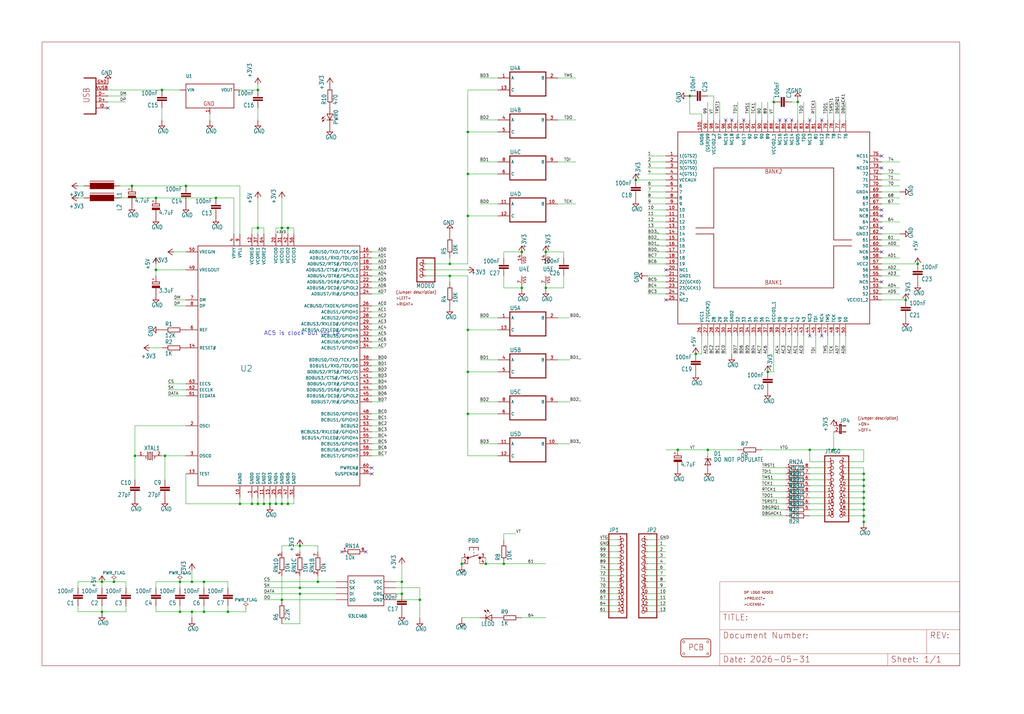
<source format=kicad_sch>
(kicad_sch (version 20230121) (generator eeschema)
  (paper "User" 433.654 302.311)
  (junction (at 127 231.14))
  (junction (at 353.06 190.5))
  (junction (at 365.76 208.28))
  (junction (at 231.14 121.92))
  (junction (at 170.18 246.38))
  (junction (at 121.92 96.52))
  (junction (at 109.22 38.1))
  (junction (at 111.76 213.36))
  (junction (at 198.12 139.7))
  (junction (at 365.76 203.2))
  (junction (at 220.98 121.92))
  (junction (at 96.52 259.08))
  (junction (at 76.2 259.08))
  (junction (at 76.2 246.38))
  (junction (at 134.62 246.38))
  (junction (at 57.15 193.04))
  (junction (at 365.76 220.98))
  (junction (at 337.82 43.18))
  (junction (at 55.88 78.74))
  (junction (at 388.62 111.76))
  (junction (at 198.12 55.88))
  (junction (at 91.44 83.82))
  (junction (at 121.92 213.36))
  (junction (at 114.3 213.36))
  (junction (at 81.28 259.08))
  (junction (at 195.58 238.76))
  (junction (at 269.24 76.2))
  (junction (at 365.76 215.9))
  (junction (at 198.12 73.66))
  (junction (at 287.02 190.5))
  (junction (at 190.5 116.84))
  (junction (at 213.36 238.76))
  (junction (at 109.22 96.52))
  (junction (at 365.76 205.74))
  (junction (at 292.1 40.64))
  (junction (at 81.28 246.38))
  (junction (at 342.9 190.5))
  (junction (at 198.12 91.44))
  (junction (at 119.38 213.36))
  (junction (at 68.58 38.1))
  (junction (at 327.66 43.18))
  (junction (at 294.64 149.86))
  (junction (at 365.76 213.36))
  (junction (at 66.04 83.82))
  (junction (at 119.38 254))
  (junction (at 198.12 157.48))
  (junction (at 231.14 106.68))
  (junction (at 299.72 190.5))
  (junction (at 116.84 213.36))
  (junction (at 170.18 251.46))
  (junction (at 86.36 259.08))
  (junction (at 101.6 213.36))
  (junction (at 109.22 213.36))
  (junction (at 365.76 200.66))
  (junction (at 127 248.92))
  (junction (at 220.98 106.68))
  (junction (at 365.76 210.82))
  (junction (at 43.18 259.08))
  (junction (at 106.68 213.36))
  (junction (at 190.5 111.76))
  (junction (at 119.38 96.52))
  (junction (at 198.12 175.26))
  (junction (at 86.36 246.38))
  (junction (at 69.85 193.04))
  (junction (at 325.12 157.48))
  (junction (at 66.04 114.3))
  (junction (at 383.54 127))
  (junction (at 177.8 254))
  (junction (at 205.74 238.76))
  (junction (at 78.74 78.74))
  (junction (at 365.76 218.44))
  (junction (at 43.18 246.38))
  (junction (at 127 251.46))
  (junction (at 48.26 246.38))
  (no_connect (at 144.78 233.68))
  (no_connect (at 307.34 50.8))
  (no_connect (at 342.9 50.8))
  (no_connect (at 373.38 71.12))
  (no_connect (at 281.94 114.3))
  (no_connect (at 332.74 50.8))
  (no_connect (at 373.38 88.9))
  (no_connect (at 373.38 119.38))
  (no_connect (at 373.38 106.68))
  (no_connect (at 373.38 96.52))
  (no_connect (at 330.2 50.8))
  (no_connect (at 373.38 66.04))
  (no_connect (at 309.88 50.8))
  (no_connect (at 347.98 142.24))
  (no_connect (at 281.94 127))
  (no_connect (at 342.9 142.24))
  (no_connect (at 154.94 233.68))
  (no_connect (at 45.72 45.72))
  (no_connect (at 373.38 91.44))
  (no_connect (at 347.98 50.8))
  (no_connect (at 314.96 50.8))
  (no_connect (at 335.28 50.8))
  (no_connect (at 157.48 198.12))
  (no_connect (at 157.48 200.66))
  (wire (pts (xy 274.32 106.68) (xy 281.94 106.68)) (stroke (width 0.1524)))
  (wire (pts (xy 365.76 198.12) (xy 365.76 200.66)) (stroke (width 0.1524)))
  (wire (pts (xy 261.62 228.6) (xy 254 228.6)) (stroke (width 0.1524)))
  (wire (pts (xy 78.74 167.64) (xy 71.12 167.64)) (stroke (width 0.1524)))
  (wire (pts (xy 304.8 149.86) (xy 304.8 142.24)) (stroke (width 0.1524)))
  (wire (pts (xy 170.18 251.46) (xy 170.18 246.38)) (stroke (width 0.1524)))
  (wire (pts (xy 322.58 50.8) (xy 322.58 43.18)) (stroke (width 0.1524)))
  (wire (pts (xy 327.66 50.8) (xy 327.66 43.18)) (stroke (width 0.1524)))
  (wire (pts (xy 86.36 256.54) (xy 86.36 259.08)) (stroke (width 0.1524)))
  (wire (pts (xy 119.38 96.52) (xy 121.92 96.52)) (stroke (width 0.1524)))
  (wire (pts (xy 365.76 220.98) (xy 365.76 223.52)) (stroke (width 0.1524)))
  (wire (pts (xy 261.62 238.76) (xy 254 238.76)) (stroke (width 0.1524)))
  (wire (pts (xy 157.48 132.08) (xy 162.56 132.08)) (stroke (width 0.1524)))
  (wire (pts (xy 274.32 228.6) (xy 281.94 228.6)) (stroke (width 0.1524)))
  (wire (pts (xy 373.38 81.28) (xy 381 81.28)) (stroke (width 0.1524)))
  (wire (pts (xy 358.14 213.36) (xy 365.76 213.36)) (stroke (width 0.1524)))
  (wire (pts (xy 198.12 116.84) (xy 198.12 139.7)) (stroke (width 0.1524)))
  (wire (pts (xy 33.02 256.54) (xy 33.02 259.08)) (stroke (width 0.1524)))
  (wire (pts (xy 335.28 43.18) (xy 337.82 43.18)) (stroke (width 0.1524)))
  (wire (pts (xy 325.12 149.86) (xy 325.12 142.24)) (stroke (width 0.1524)))
  (wire (pts (xy 281.94 71.12) (xy 274.32 71.12)) (stroke (width 0.1524)))
  (wire (pts (xy 177.8 254) (xy 177.8 261.62)) (stroke (width 0.1524)))
  (wire (pts (xy 210.82 134.62) (xy 203.2 134.62)) (stroke (width 0.1524)))
  (wire (pts (xy 127 243.84) (xy 127 248.92)) (stroke (width 0.1524)))
  (wire (pts (xy 198.12 193.04) (xy 198.12 175.26)) (stroke (width 0.1524)))
  (wire (pts (xy 127 248.92) (xy 111.76 248.92)) (stroke (width 0.1524)))
  (wire (pts (xy 121.92 99.06) (xy 121.92 96.52)) (stroke (width 0.1524)))
  (wire (pts (xy 157.48 124.46) (xy 162.56 124.46)) (stroke (width 0.1524)))
  (wire (pts (xy 274.32 248.92) (xy 281.94 248.92)) (stroke (width 0.1524)))
  (wire (pts (xy 119.38 210.82) (xy 119.38 213.36)) (stroke (width 0.1524)))
  (wire (pts (xy 358.14 50.8) (xy 358.14 43.18)) (stroke (width 0.1524)))
  (wire (pts (xy 274.32 88.9) (xy 281.94 88.9)) (stroke (width 0.1524)))
  (wire (pts (xy 210.82 38.1) (xy 198.12 38.1)) (stroke (width 0.1524)))
  (wire (pts (xy 365.76 190.5) (xy 365.76 195.58)) (stroke (width 0.1524)))
  (wire (pts (xy 345.44 142.24) (xy 345.44 149.86)) (stroke (width 0.1524)))
  (wire (pts (xy 162.56 160.02) (xy 157.48 160.02)) (stroke (width 0.1524)))
  (wire (pts (xy 198.12 55.88) (xy 198.12 73.66)) (stroke (width 0.1524)))
  (wire (pts (xy 350.52 200.66) (xy 342.9 200.66)) (stroke (width 0.1524)))
  (wire (pts (xy 332.74 203.2) (xy 322.58 203.2)) (stroke (width 0.1524)))
  (wire (pts (xy 104.14 257.81) (xy 104.14 259.08)))
  (wire (pts (xy 238.76 121.92) (xy 238.76 116.84)) (stroke (width 0.1524)))
  (wire (pts (xy 274.32 243.84) (xy 281.94 243.84)) (stroke (width 0.1524)))
  (wire (pts (xy 261.62 243.84) (xy 254 243.84)) (stroke (width 0.1524)))
  (wire (pts (xy 124.46 210.82) (xy 124.46 213.36)) (stroke (width 0.1524)))
  (wire (pts (xy 358.14 198.12) (xy 365.76 198.12)) (stroke (width 0.1524)))
  (wire (pts (xy 157.48 177.8) (xy 162.56 177.8)) (stroke (width 0.1524)))
  (wire (pts (xy 106.68 213.36) (xy 101.6 213.36)) (stroke (width 0.1524)))
  (wire (pts (xy 210.82 187.96) (xy 203.2 187.96)) (stroke (width 0.1524)))
  (wire (pts (xy 317.5 50.8) (xy 317.5 43.18)) (stroke (width 0.1524)))
  (wire (pts (xy 78.74 193.04) (xy 69.85 193.04)) (stroke (width 0.1524)))
  (wire (pts (xy 299.72 193.04) (xy 299.72 190.5)) (stroke (width 0.1524)))
  (wire (pts (xy 121.92 210.82) (xy 121.92 213.36)) (stroke (width 0.1524)))
  (wire (pts (xy 157.48 129.54) (xy 162.56 129.54)) (stroke (width 0.1524)))
  (wire (pts (xy 358.14 208.28) (xy 365.76 208.28)) (stroke (width 0.1524)))
  (wire (pts (xy 157.48 134.62) (xy 162.56 134.62)) (stroke (width 0.1524)))
  (wire (pts (xy 198.12 139.7) (xy 210.82 139.7)) (stroke (width 0.1524)))
  (wire (pts (xy 353.06 190.5) (xy 365.76 190.5)) (stroke (width 0.1524)))
  (wire (pts (xy 373.38 78.74) (xy 381 78.74)) (stroke (width 0.1524)))
  (wire (pts (xy 198.12 175.26) (xy 198.12 157.48)) (stroke (width 0.1524)))
  (wire (pts (xy 294.64 149.86) (xy 297.18 149.86)) (stroke (width 0.1524)))
  (wire (pts (xy 358.14 200.66) (xy 365.76 200.66)) (stroke (width 0.1524)))
  (wire (pts (xy 134.62 243.84) (xy 134.62 246.38)) (stroke (width 0.1524)))
  (wire (pts (xy 157.48 182.88) (xy 162.56 182.88)) (stroke (width 0.1524)))
  (wire (pts (xy 66.04 259.08) (xy 76.2 259.08)) (stroke (width 0.1524)))
  (wire (pts (xy 261.62 254) (xy 254 254)) (stroke (width 0.1524)))
  (wire (pts (xy 314.96 149.86) (xy 314.96 142.24)) (stroke (width 0.1524)))
  (wire (pts (xy 96.52 259.08) (xy 96.52 256.54)) (stroke (width 0.1524)))
  (wire (pts (xy 350.52 50.8) (xy 350.52 43.18)) (stroke (width 0.1524)))
  (wire (pts (xy 274.32 121.92) (xy 281.94 121.92)) (stroke (width 0.1524)))
  (wire (pts (xy 337.82 50.8) (xy 337.82 43.18)) (stroke (width 0.1524)))
  (wire (pts (xy 190.5 116.84) (xy 198.12 116.84)) (stroke (width 0.1524)))
  (wire (pts (xy 203.2 261.62) (xy 195.58 261.62)) (stroke (width 0.1524)))
  (wire (pts (xy 210.82 33.02) (xy 203.2 33.02)) (stroke (width 0.1524)))
  (wire (pts (xy 373.38 116.84) (xy 381 116.84)) (stroke (width 0.1524)))
  (wire (pts (xy 45.72 40.64) (xy 53.34 40.64)) (stroke (width 0.1524)))
  (wire (pts (xy 287.02 190.5) (xy 281.94 190.5)) (stroke (width 0.1524)))
  (wire (pts (xy 261.62 233.68) (xy 254 233.68)) (stroke (width 0.1524)))
  (wire (pts (xy 43.18 246.38) (xy 48.26 246.38)) (stroke (width 0.1524)))
  (wire (pts (xy 373.38 114.3) (xy 381 114.3)) (stroke (width 0.1524)))
  (wire (pts (xy 292.1 48.26) (xy 292.1 40.64)) (stroke (width 0.1524)))
  (wire (pts (xy 355.6 50.8) (xy 355.6 43.18)) (stroke (width 0.1524)))
  (wire (pts (xy 66.04 114.3) (xy 66.04 116.84)) (stroke (width 0.1524)))
  (wire (pts (xy 210.82 68.58) (xy 203.2 68.58)) (stroke (width 0.1524)))
  (wire (pts (xy 210.82 175.26) (xy 198.12 175.26)) (stroke (width 0.1524)))
  (wire (pts (xy 332.74 205.74) (xy 322.58 205.74)) (stroke (width 0.1524)))
  (wire (pts (xy 73.66 106.68) (xy 78.74 106.68)) (stroke (width 0.1524)))
  (wire (pts (xy 238.76 106.68) (xy 231.14 106.68)) (stroke (width 0.1524)))
  (wire (pts (xy 281.94 111.76) (xy 274.32 111.76)) (stroke (width 0.1524)))
  (wire (pts (xy 157.48 180.34) (xy 162.56 180.34)) (stroke (width 0.1524)))
  (wire (pts (xy 198.12 38.1) (xy 198.12 55.88)) (stroke (width 0.1524)))
  (wire (pts (xy 365.76 200.66) (xy 365.76 203.2)) (stroke (width 0.1524)))
  (wire (pts (xy 170.18 246.38) (xy 170.18 238.76)) (stroke (width 0.1524)))
  (wire (pts (xy 365.76 203.2) (xy 365.76 205.74)) (stroke (width 0.1524)))
  (wire (pts (xy 43.18 256.54) (xy 43.18 259.08)) (stroke (width 0.1524)))
  (wire (pts (xy 299.72 149.86) (xy 299.72 142.24)) (stroke (width 0.1524)))
  (wire (pts (xy 157.48 187.96) (xy 162.56 187.96)) (stroke (width 0.1524)))
  (wire (pts (xy 299.72 50.8) (xy 299.72 43.18)) (stroke (width 0.1524)))
  (wire (pts (xy 274.32 124.46) (xy 281.94 124.46)) (stroke (width 0.1524)))
  (wire (pts (xy 157.48 162.56) (xy 162.56 162.56)) (stroke (width 0.1524)))
  (wire (pts (xy 157.48 193.04) (xy 162.56 193.04)) (stroke (width 0.1524)))
  (wire (pts (xy 78.74 129.54) (xy 73.66 129.54)) (stroke (width 0.1524)))
  (wire (pts (xy 106.68 96.52) (xy 109.22 96.52)) (stroke (width 0.1524)))
  (wire (pts (xy 332.74 218.44) (xy 322.58 218.44)) (stroke (width 0.1524)))
  (wire (pts (xy 210.82 152.4) (xy 203.2 152.4)) (stroke (width 0.1524)))
  (wire (pts (xy 66.04 246.38) (xy 76.2 246.38)) (stroke (width 0.1524)))
  (wire (pts (xy 299.72 190.5) (xy 287.02 190.5)) (stroke (width 0.1524)))
  (wire (pts (xy 213.36 109.22) (xy 213.36 106.68)) (stroke (width 0.1524)))
  (wire (pts (xy 109.22 96.52) (xy 111.76 96.52)) (stroke (width 0.1524)))
  (wire (pts (xy 91.44 83.82) (xy 99.06 83.82)) (stroke (width 0.1524)))
  (wire (pts (xy 373.38 101.6) (xy 381 101.6)) (stroke (width 0.1524)))
  (wire (pts (xy 66.04 256.54) (xy 66.04 259.08)) (stroke (width 0.1524)))
  (wire (pts (xy 307.34 149.86) (xy 307.34 142.24)) (stroke (width 0.1524)))
  (wire (pts (xy 269.24 76.2) (xy 281.94 76.2)) (stroke (width 0.1524)))
  (wire (pts (xy 157.48 119.38) (xy 162.56 119.38)) (stroke (width 0.1524)))
  (wire (pts (xy 274.32 68.58) (xy 281.94 68.58)) (stroke (width 0.1524)))
  (wire (pts (xy 236.22 187.96) (xy 241.3 187.96)) (stroke (width 0.1524)))
  (wire (pts (xy 281.94 116.84) (xy 274.32 116.84)) (stroke (width 0.1524)))
  (wire (pts (xy 157.48 165.1) (xy 162.56 165.1)) (stroke (width 0.1524)))
  (wire (pts (xy 220.98 261.62) (xy 231.14 261.62)) (stroke (width 0.1524)))
  (wire (pts (xy 109.22 50.8) (xy 109.22 45.72)) (stroke (width 0.1524)))
  (wire (pts (xy 350.52 198.12) (xy 342.9 198.12)) (stroke (width 0.1524)))
  (wire (pts (xy 57.15 180.34) (xy 57.15 193.04)) (stroke (width 0.1524)))
  (wire (pts (xy 210.82 55.88) (xy 198.12 55.88)) (stroke (width 0.1524)))
  (wire (pts (xy 157.48 154.94) (xy 162.56 154.94)) (stroke (width 0.1524)))
  (wire (pts (xy 53.34 256.54) (xy 53.34 259.08)) (stroke (width 0.1524)))
  (wire (pts (xy 327.66 157.48) (xy 327.66 142.24)) (stroke (width 0.1524)))
  (wire (pts (xy 365.76 210.82) (xy 365.76 213.36)) (stroke (width 0.1524)))
  (wire (pts (xy 96.52 246.38) (xy 96.52 248.92)) (stroke (width 0.1524)))
  (wire (pts (xy 167.64 246.38) (xy 170.18 246.38)) (stroke (width 0.1524)))
  (wire (pts (xy 157.48 175.26) (xy 162.56 175.26)) (stroke (width 0.1524)))
  (wire (pts (xy 198.12 73.66) (xy 198.12 91.44)) (stroke (width 0.1524)))
  (wire (pts (xy 157.48 152.4) (xy 162.56 152.4)) (stroke (width 0.1524)))
  (wire (pts (xy 238.76 109.22) (xy 238.76 106.68)) (stroke (width 0.1524)))
  (wire (pts (xy 205.74 236.22) (xy 205.74 238.76)) (stroke (width 0.1524)))
  (wire (pts (xy 78.74 78.74) (xy 101.6 78.74)) (stroke (width 0.1524)))
  (wire (pts (xy 33.02 248.92) (xy 33.02 246.38)) (stroke (width 0.1524)))
  (wire (pts (xy 373.38 111.76) (xy 388.62 111.76)) (stroke (width 0.1524)))
  (wire (pts (xy 69.85 203.2) (xy 69.85 193.04)) (stroke (width 0.1524)))
  (wire (pts (xy 274.32 236.22) (xy 281.94 236.22)) (stroke (width 0.1524)))
  (wire (pts (xy 167.64 251.46) (xy 170.18 251.46)) (stroke (width 0.1524)))
  (wire (pts (xy 78.74 180.34) (xy 57.15 180.34)) (stroke (width 0.1524)))
  (wire (pts (xy 350.52 205.74) (xy 342.9 205.74)) (stroke (width 0.1524)))
  (wire (pts (xy 312.42 149.86) (xy 312.42 142.24)) (stroke (width 0.1524)))
  (wire (pts (xy 157.48 109.22) (xy 162.56 109.22)) (stroke (width 0.1524)))
  (wire (pts (xy 111.76 96.52) (xy 111.76 99.06)) (stroke (width 0.1524)))
  (wire (pts (xy 373.38 99.06) (xy 381 99.06)) (stroke (width 0.1524)))
  (wire (pts (xy 53.34 259.08) (xy 43.18 259.08)) (stroke (width 0.1524)))
  (wire (pts (xy 274.32 81.28) (xy 281.94 81.28)) (stroke (width 0.1524)))
  (wire (pts (xy 81.28 241.3) (xy 81.28 246.38)) (stroke (width 0.1524)))
  (wire (pts (xy 261.62 246.38) (xy 254 246.38)) (stroke (width 0.1524)))
  (wire (pts (xy 142.24 246.38) (xy 134.62 246.38)) (stroke (width 0.1524)))
  (wire (pts (xy 350.52 218.44) (xy 342.9 218.44)) (stroke (width 0.1524)))
  (wire (pts (xy 322.58 149.86) (xy 322.58 142.24)) (stroke (width 0.1524)))
  (wire (pts (xy 45.72 43.18) (xy 53.34 43.18)) (stroke (width 0.1524)))
  (wire (pts (xy 119.38 99.06) (xy 119.38 96.52)) (stroke (width 0.1524)))
  (wire (pts (xy 101.6 38.1) (xy 109.22 38.1)) (stroke (width 0.1524)))
  (wire (pts (xy 124.46 96.52) (xy 124.46 99.06)) (stroke (width 0.1524)))
  (wire (pts (xy 78.74 114.3) (xy 66.04 114.3)) (stroke (width 0.1524)))
  (wire (pts (xy 332.74 210.82) (xy 322.58 210.82)) (stroke (width 0.1524)))
  (wire (pts (xy 297.18 48.26) (xy 292.1 48.26)) (stroke (width 0.1524)))
  (wire (pts (xy 53.34 246.38) (xy 53.34 248.92)) (stroke (width 0.1524)))
  (wire (pts (xy 119.38 254) (xy 111.76 254)) (stroke (width 0.1524)))
  (wire (pts (xy 231.14 121.92) (xy 238.76 121.92)) (stroke (width 0.1524)))
  (wire (pts (xy 236.22 152.4) (xy 241.3 152.4)) (stroke (width 0.1524)))
  (wire (pts (xy 213.36 106.68) (xy 220.98 106.68)) (stroke (width 0.1524)))
  (wire (pts (xy 157.48 167.64) (xy 162.56 167.64)) (stroke (width 0.1524)))
  (wire (pts (xy 190.5 119.38) (xy 190.5 116.84)) (stroke (width 0.1524)))
  (wire (pts (xy 76.2 259.08) (xy 81.28 259.08)) (stroke (width 0.1524)))
  (wire (pts (xy 261.62 236.22) (xy 254 236.22)) (stroke (width 0.1524)))
  (wire (pts (xy 373.38 121.92) (xy 381 121.92)) (stroke (width 0.1524)))
  (wire (pts (xy 342.9 190.5) (xy 353.06 190.5)) (stroke (width 0.1524)))
  (wire (pts (xy 167.64 248.92) (xy 177.8 248.92)) (stroke (width 0.1524)))
  (wire (pts (xy 309.88 149.86) (xy 309.88 142.24)) (stroke (width 0.1524)))
  (wire (pts (xy 157.48 170.18) (xy 162.56 170.18)) (stroke (width 0.1524)))
  (wire (pts (xy 320.04 149.86) (xy 320.04 142.24)) (stroke (width 0.1524)))
  (wire (pts (xy 210.82 157.48) (xy 198.12 157.48)) (stroke (width 0.1524)))
  (wire (pts (xy 101.6 78.74) (xy 101.6 99.06)) (stroke (width 0.1524)))
  (wire (pts (xy 116.84 210.82) (xy 116.84 213.36)) (stroke (width 0.1524)))
  (wire (pts (xy 111.76 210.82) (xy 111.76 213.36)) (stroke (width 0.1524)))
  (wire (pts (xy 86.36 248.92) (xy 86.36 246.38)) (stroke (width 0.1524)))
  (wire (pts (xy 45.72 38.1) (xy 68.58 38.1)) (stroke (width 0.1524)))
  (wire (pts (xy 111.76 213.36) (xy 109.22 213.36)) (stroke (width 0.1524)))
  (wire (pts (xy 109.22 213.36) (xy 106.68 213.36)) (stroke (width 0.1524)))
  (wire (pts (xy 210.82 193.04) (xy 198.12 193.04)) (stroke (width 0.1524)))
  (wire (pts (xy 127 233.68) (xy 127 231.14)) (stroke (width 0.1524)))
  (wire (pts (xy 78.74 162.56) (xy 71.12 162.56)) (stroke (width 0.1524)))
  (wire (pts (xy 198.12 111.76) (xy 190.5 111.76)) (stroke (width 0.1524)))
  (wire (pts (xy 109.22 83.82) (xy 109.22 96.52)) (stroke (width 0.1524)))
  (wire (pts (xy 134.62 246.38) (xy 111.76 246.38)) (stroke (width 0.1524)))
  (wire (pts (xy 353.06 50.8) (xy 353.06 43.18)) (stroke (width 0.1524)))
  (wire (pts (xy 195.58 236.22) (xy 195.58 238.76)) (stroke (width 0.1524)))
  (wire (pts (xy 68.58 147.32) (xy 63.5 147.32)) (stroke (width 0.1524)))
  (wire (pts (xy 76.2 248.92) (xy 76.2 246.38)) (stroke (width 0.1524)))
  (wire (pts (xy 114.3 213.36) (xy 111.76 213.36)) (stroke (width 0.1524)))
  (wire (pts (xy 157.48 144.78) (xy 162.56 144.78)) (stroke (width 0.1524)))
  (wire (pts (xy 312.42 50.8) (xy 312.42 43.18)) (stroke (width 0.1524)))
  (wire (pts (xy 261.62 251.46) (xy 254 251.46)) (stroke (width 0.1524)))
  (wire (pts (xy 157.48 116.84) (xy 162.56 116.84)) (stroke (width 0.1524)))
  (wire (pts (xy 274.32 96.52) (xy 281.94 96.52)) (stroke (width 0.1524)))
  (wire (pts (xy 358.14 203.2) (xy 365.76 203.2)) (stroke (width 0.1524)))
  (wire (pts (xy 157.48 147.32) (xy 162.56 147.32)) (stroke (width 0.1524)))
  (wire (pts (xy 332.74 213.36) (xy 322.58 213.36)) (stroke (width 0.1524)))
  (wire (pts (xy 99.06 83.82) (xy 99.06 99.06)) (stroke (width 0.1524)))
  (wire (pts (xy 342.9 195.58) (xy 342.9 190.5)) (stroke (width 0.1524)))
  (wire (pts (xy 274.32 241.3) (xy 281.94 241.3)) (stroke (width 0.1524)))
  (wire (pts (xy 57.15 193.04) (xy 57.15 203.2)) (stroke (width 0.1524)))
  (wire (pts (xy 124.46 213.36) (xy 121.92 213.36)) (stroke (width 0.1524)))
  (wire (pts (xy 350.52 215.9) (xy 342.9 215.9)) (stroke (width 0.1524)))
  (wire (pts (xy 358.14 205.74) (xy 365.76 205.74)) (stroke (width 0.1524)))
  (wire (pts (xy 274.32 246.38) (xy 281.94 246.38)) (stroke (width 0.1524)))
  (wire (pts (xy 274.32 86.36) (xy 281.94 86.36)) (stroke (width 0.1524)))
  (wire (pts (xy 157.48 185.42) (xy 162.56 185.42)) (stroke (width 0.1524)))
  (wire (pts (xy 66.04 83.82) (xy 91.44 83.82)) (stroke (width 0.1524)))
  (wire (pts (xy 109.22 35.56) (xy 109.22 38.1)) (stroke (width 0.1524)))
  (wire (pts (xy 81.28 259.08) (xy 86.36 259.08)) (stroke (width 0.1524)))
  (wire (pts (xy 78.74 127) (xy 73.66 127)) (stroke (width 0.1524)))
  (wire (pts (xy 297.18 50.8) (xy 297.18 48.26)) (stroke (width 0.1524)))
  (wire (pts (xy 281.94 254) (xy 274.32 254)) (stroke (width 0.1524)))
  (wire (pts (xy 373.38 109.22) (xy 381 109.22)) (stroke (width 0.1524)))
  (wire (pts (xy 236.22 170.18) (xy 241.3 170.18)) (stroke (width 0.1524)))
  (wire (pts (xy 33.02 78.74) (xy 35.56 78.74)) (stroke (width 0.1524)))
  (wire (pts (xy 365.76 213.36) (xy 365.76 215.9)) (stroke (width 0.1524)))
  (wire (pts (xy 210.82 91.44) (xy 198.12 91.44)) (stroke (width 0.1524)))
  (wire (pts (xy 205.74 238.76) (xy 213.36 238.76)) (stroke (width 0.1524)))
  (wire (pts (xy 373.38 83.82) (xy 381 83.82)) (stroke (width 0.1524)))
  (wire (pts (xy 274.32 233.68) (xy 281.94 233.68)) (stroke (width 0.1524)))
  (wire (pts (xy 157.48 157.48) (xy 162.56 157.48)) (stroke (width 0.1524)))
  (wire (pts (xy 66.04 111.76) (xy 66.04 114.3)) (stroke (width 0.1524)))
  (wire (pts (xy 302.26 149.86) (xy 302.26 142.24)) (stroke (width 0.1524)))
  (wire (pts (xy 190.5 111.76) (xy 180.34 111.76)) (stroke (width 0.1524)))
  (wire (pts (xy 373.38 124.46) (xy 381 124.46)) (stroke (width 0.1524)))
  (wire (pts (xy 330.2 149.86) (xy 330.2 142.24)) (stroke (width 0.1524)))
  (wire (pts (xy 322.58 190.5) (xy 342.9 190.5)) (stroke (width 0.1524)))
  (wire (pts (xy 33.02 259.08) (xy 43.18 259.08)) (stroke (width 0.1524)))
  (wire (pts (xy 101.6 213.36) (xy 78.74 213.36)) (stroke (width 0.1524)))
  (wire (pts (xy 106.68 210.82) (xy 106.68 213.36)) (stroke (width 0.1524)))
  (wire (pts (xy 119.38 96.52) (xy 119.38 83.82)) (stroke (width 0.1524)))
  (wire (pts (xy 350.52 142.24) (xy 350.52 149.86)) (stroke (width 0.1524)))
  (wire (pts (xy 332.74 208.28) (xy 322.58 208.28)) (stroke (width 0.1524)))
  (wire (pts (xy 180.34 116.84) (xy 190.5 116.84)) (stroke (width 0.1524)))
  (wire (pts (xy 274.32 231.14) (xy 281.94 231.14)) (stroke (width 0.1524)))
  (wire (pts (xy 57.15 193.04) (xy 58.42 193.04)) (stroke (width 0.1524)))
  (wire (pts (xy 81.28 246.38) (xy 86.36 246.38)) (stroke (width 0.1524)))
  (wire (pts (xy 213.36 226.06) (xy 218.44 226.06)) (stroke (width 0.1524)))
  (wire (pts (xy 104.14 259.08) (xy 96.52 259.08)))
  (wire (pts (xy 142.24 251.46) (xy 127 251.46)) (stroke (width 0.1524)))
  (wire (pts (xy 274.32 73.66) (xy 281.94 73.66)) (stroke (width 0.1524)))
  (wire (pts (xy 261.62 231.14) (xy 254 231.14)) (stroke (width 0.1524)))
  (wire (pts (xy 261.62 259.08) (xy 254 259.08)) (stroke (width 0.1524)))
  (wire (pts (xy 274.32 91.44) (xy 281.94 91.44)) (stroke (width 0.1524)))
  (wire (pts (xy 121.92 96.52) (xy 124.46 96.52)) (stroke (width 0.1524)))
  (wire (pts (xy 381 93.98) (xy 373.38 93.98)) (stroke (width 0.1524)))
  (wire (pts (xy 157.48 114.3) (xy 162.56 114.3)) (stroke (width 0.1524)))
  (wire (pts (xy 177.8 248.92) (xy 177.8 254)) (stroke (width 0.1524)))
  (wire (pts (xy 116.84 96.52) (xy 119.38 96.52)) (stroke (width 0.1524)))
  (wire (pts (xy 274.32 104.14) (xy 281.94 104.14)) (stroke (width 0.1524)))
  (wire (pts (xy 157.48 142.24) (xy 162.56 142.24)) (stroke (width 0.1524)))
  (wire (pts (xy 355.6 149.86) (xy 355.6 142.24)) (stroke (width 0.1524)))
  (wire (pts (xy 332.74 215.9) (xy 322.58 215.9)) (stroke (width 0.1524)))
  (wire (pts (xy 210.82 86.36) (xy 203.2 86.36)) (stroke (width 0.1524)))
  (wire (pts (xy 236.22 50.8) (xy 243.84 50.8)) (stroke (width 0.1524)))
  (wire (pts (xy 281.94 109.22) (xy 274.32 109.22)) (stroke (width 0.1524)))
  (wire (pts (xy 345.44 50.8) (xy 345.44 43.18)) (stroke (width 0.1524)))
  (wire (pts (xy 325.12 50.8) (xy 325.12 43.18)) (stroke (width 0.1524)))
  (wire (pts (xy 116.84 213.36) (xy 114.3 213.36)) (stroke (width 0.1524)))
  (wire (pts (xy 337.82 149.86) (xy 337.82 142.24)) (stroke (width 0.1524)))
  (wire (pts (xy 134.62 231.14) (xy 134.62 233.68)) (stroke (width 0.1524)))
  (wire (pts (xy 88.9 48.26) (xy 88.9 50.8)) (stroke (width 0.1524)))
  (wire (pts (xy 236.22 86.36) (xy 243.84 86.36)) (stroke (width 0.1524)))
  (wire (pts (xy 274.32 101.6) (xy 281.94 101.6)) (stroke (width 0.1524)))
  (wire (pts (xy 55.88 78.74) (xy 78.74 78.74)) (stroke (width 0.1524)))
  (wire (pts (xy 332.74 149.86) (xy 332.74 142.24)) (stroke (width 0.1524)))
  (wire (pts (xy 157.48 139.7) (xy 162.56 139.7)) (stroke (width 0.1524)))
  (wire (pts (xy 261.62 248.92) (xy 254 248.92)) (stroke (width 0.1524)))
  (wire (pts (xy 106.68 99.06) (xy 106.68 96.52)) (stroke (width 0.1524)))
  (wire (pts (xy 127 231.14) (xy 134.62 231.14)) (stroke (width 0.1524)))
  (wire (pts (xy 157.48 111.76) (xy 162.56 111.76)) (stroke (width 0.1524)))
  (wire (pts (xy 119.38 243.84) (xy 119.38 254)) (stroke (width 0.1524)))
  (wire (pts (xy 350.52 208.28) (xy 342.9 208.28)) (stroke (width 0.1524)))
  (wire (pts (xy 78.74 213.36) (xy 78.74 200.66)) (stroke (width 0.1524)))
  (wire (pts (xy 274.32 119.38) (xy 281.94 119.38)) (stroke (width 0.1524)))
  (wire (pts (xy 33.02 83.82) (xy 35.56 83.82)) (stroke (width 0.1524)))
  (wire (pts (xy 373.38 68.58) (xy 381 68.58)) (stroke (width 0.1524)))
  (wire (pts (xy 81.28 261.62) (xy 81.28 259.08)) (stroke (width 0.1524)))
  (wire (pts (xy 312.42 190.5) (xy 299.72 190.5)) (stroke (width 0.1524)))
  (wire (pts (xy 78.74 165.1) (xy 71.12 165.1)) (stroke (width 0.1524)))
  (wire (pts (xy 353.06 142.24) (xy 353.06 149.86)) (stroke (width 0.1524)))
  (wire (pts (xy 50.8 78.74) (xy 55.88 78.74)) (stroke (width 0.1524)))
  (wire (pts (xy 157.48 121.92) (xy 162.56 121.92)) (stroke (width 0.1524)))
  (wire (pts (xy 274.32 93.98) (xy 281.94 93.98)) (stroke (width 0.1524)))
  (wire (pts (xy 358.14 149.86) (xy 358.14 142.24)) (stroke (width 0.1524)))
  (wire (pts (xy 68.58 38.1) (xy 76.2 38.1)) (stroke (width 0.1524)))
  (wire (pts (xy 50.8 83.82) (xy 66.04 83.82)) (stroke (width 0.1524)))
  (wire (pts (xy 109.22 99.06) (xy 109.22 96.52)) (stroke (width 0.1524)))
  (wire (pts (xy 350.52 203.2) (xy 342.9 203.2)) (stroke (width 0.1524)))
  (wire (pts (xy 340.36 149.86) (xy 340.36 142.24)) (stroke (width 0.1524)))
  (wire (pts (xy 358.14 215.9) (xy 365.76 215.9)) (stroke (width 0.1524)))
  (wire (pts (xy 350.52 210.82) (xy 342.9 210.82)) (stroke (width 0.1524)))
  (wire (pts (xy 86.36 259.08) (xy 96.52 259.08)) (stroke (width 0.1524)))
  (wire (pts (xy 190.5 109.22) (xy 190.5 111.76)) (stroke (width 0.1524)))
  (wire (pts (xy 68.58 50.8) (xy 68.58 45.72)) (stroke (width 0.1524)))
  (wire (pts (xy 43.18 248.92) (xy 43.18 246.38)) (stroke (width 0.1524)))
  (wire (pts (xy 68.58 193.04) (xy 69.85 193.04)) (stroke (width 0.1524)))
  (wire (pts (xy 109.22 213.36) (xy 109.22 210.82)) (stroke (width 0.1524)))
  (wire (pts (xy 373.38 86.36) (xy 381 86.36)) (stroke (width 0.1524)))
  (wire (pts (xy 365.76 215.9) (xy 365.76 218.44)) (stroke (width 0.1524)))
  (wire (pts (xy 365.76 195.58) (xy 358.14 195.58)) (stroke (width 0.1524)))
  (wire (pts (xy 365.76 205.74) (xy 365.76 208.28)) (stroke (width 0.1524)))
  (wire (pts (xy 297.18 149.86) (xy 297.18 142.24)) (stroke (width 0.1524)))
  (wire (pts (xy 274.32 251.46) (xy 281.94 251.46)) (stroke (width 0.1524)))
  (wire (pts (xy 274.32 259.08) (xy 281.94 259.08)) (stroke (width 0.1524)))
  (wire (pts (xy 340.36 50.8) (xy 340.36 43.18)) (stroke (width 0.1524)))
  (wire (pts (xy 142.24 248.92) (xy 127 248.92)) (stroke (width 0.1524)))
  (wire (pts (xy 213.36 121.92) (xy 220.98 121.92)) (stroke (width 0.1524)))
  (wire (pts (xy 281.94 66.04) (xy 274.32 66.04)) (stroke (width 0.1524)))
  (wire (pts (xy 353.06 182.88) (xy 353.06 190.5)) (stroke (width 0.1524)))
  (wire (pts (xy 317.5 149.86) (xy 317.5 142.24)) (stroke (width 0.1524)))
  (wire (pts (xy 302.26 40.64) (xy 299.72 40.64)) (stroke (width 0.1524)))
  (wire (pts (xy 213.36 228.6) (xy 213.36 226.06)) (stroke (width 0.1524)))
  (wire (pts (xy 304.8 50.8) (xy 304.8 43.18)) (stroke (width 0.1524)))
  (wire (pts (xy 261.62 241.3) (xy 254 241.3)) (stroke (width 0.1524)))
  (wire (pts (xy 210.82 50.8) (xy 203.2 50.8)) (stroke (width 0.1524)))
  (wire (pts (xy 157.48 190.5) (xy 162.56 190.5)) (stroke (width 0.1524)))
  (wire (pts (xy 76.2 256.54) (xy 76.2 259.08)) (stroke (width 0.1524)))
  (wire (pts (xy 274.32 99.06) (xy 281.94 99.06)) (stroke (width 0.1524)))
  (wire (pts (xy 274.32 83.82) (xy 281.94 83.82)) (stroke (width 0.1524)))
  (wire (pts (xy 261.62 256.54) (xy 254 256.54)) (stroke (width 0.1524)))
  (wire (pts (xy 180.34 114.3) (xy 198.12 114.3)) (stroke (width 0.1524)))
  (wire (pts (xy 210.82 73.66) (xy 198.12 73.66)) (stroke (width 0.1524)))
  (wire (pts (xy 358.14 218.44) (xy 365.76 218.44)) (stroke (width 0.1524)))
  (wire (pts (xy 335.28 149.86) (xy 335.28 142.24)) (stroke (width 0.1524)))
  (wire (pts (xy 86.36 246.38) (xy 96.52 246.38)) (stroke (width 0.1524)))
  (wire (pts (xy 274.32 78.74) (xy 281.94 78.74)) (stroke (width 0.1524)))
  (wire (pts (xy 127 264.16) (xy 127 251.46)) (stroke (width 0.1524)))
  (wire (pts (xy 332.74 198.12) (xy 322.58 198.12)) (stroke (width 0.1524)))
  (wire (pts (xy 33.02 246.38) (xy 43.18 246.38)) (stroke (width 0.1524)))
  (wire (pts (xy 274.32 256.54) (xy 281.94 256.54)) (stroke (width 0.1524)))
  (wire (pts (xy 373.38 127) (xy 383.54 127)) (stroke (width 0.1524)))
  (wire (pts (xy 121.92 213.36) (xy 119.38 213.36)) (stroke (width 0.1524)))
  (wire (pts (xy 365.76 218.44) (xy 365.76 220.98)) (stroke (width 0.1524)))
  (wire (pts (xy 157.48 137.16) (xy 162.56 137.16)) (stroke (width 0.1524)))
  (wire (pts (xy 167.64 254) (xy 177.8 254)) (stroke (width 0.1524)))
  (wire (pts (xy 325.12 157.48) (xy 327.66 157.48)) (stroke (width 0.1524)))
  (wire (pts (xy 350.52 213.36) (xy 342.9 213.36)) (stroke (width 0.1524)))
  (wire (pts (xy 320.04 50.8) (xy 320.04 43.18)) (stroke (width 0.1524)))
  (wire (pts (xy 350.52 195.58) (xy 342.9 195.58)) (stroke (width 0.1524)))
  (wire (pts (xy 236.22 134.62) (xy 241.3 134.62)) (stroke (width 0.1524)))
  (wire (pts (xy 198.12 157.48) (xy 198.12 139.7)) (stroke (width 0.1524)))
  (wire (pts (xy 210.82 170.18) (xy 203.2 170.18)) (stroke (width 0.1524)))
  (wire (pts (xy 236.22 33.02) (xy 243.84 33.02)) (stroke (width 0.1524)))
  (wire (pts (xy 142.24 254) (xy 119.38 254)) (stroke (width 0.1524)))
  (wire (pts (xy 66.04 248.92) (xy 66.04 246.38)) (stroke (width 0.1524)))
  (wire (pts (xy 76.2 246.38) (xy 81.28 246.38)) (stroke (width 0.1524)))
  (wire (pts (xy 119.38 233.68) (xy 119.38 231.14)) (stroke (width 0.1524)))
  (wire (pts (xy 332.74 200.66) (xy 322.58 200.66)) (stroke (width 0.1524)))
  (wire (pts (xy 101.6 210.82) (xy 101.6 213.36)) (stroke (width 0.1524)))
  (wire (pts (xy 116.84 99.06) (xy 116.84 96.52)) (stroke (width 0.1524)))
  (wire (pts (xy 302.26 50.8) (xy 302.26 40.64)) (stroke (width 0.1524)))
  (wire (pts (xy 48.26 246.38) (xy 53.34 246.38)) (stroke (width 0.1524)))
  (wire (pts (xy 119.38 231.14) (xy 127 231.14)) (stroke (width 0.1524)))
  (wire (pts (xy 119.38 264.16) (xy 127 264.16)) (stroke (width 0.1524)))
  (wire (pts (xy 213.36 238.76) (xy 231.14 238.76)) (stroke (width 0.1524)))
  (wire (pts (xy 213.36 116.84) (xy 213.36 121.92)) (stroke (width 0.1524)))
  (wire (pts (xy 365.76 208.28) (xy 365.76 210.82)) (stroke (width 0.1524)))
  (wire (pts (xy 198.12 91.44) (xy 198.12 111.76)) (stroke (width 0.1524)))
  (wire (pts (xy 373.38 73.66) (xy 381 73.66)) (stroke (width 0.1524)))
  (wire (pts (xy 373.38 104.14) (xy 381 104.14)) (stroke (width 0.1524)))
  (wire (pts (xy 358.14 210.82) (xy 365.76 210.82)) (stroke (width 0.1524)))
  (wire (pts (xy 119.38 213.36) (xy 116.84 213.36)) (stroke (width 0.1524)))
  (wire (pts (xy 157.48 106.68) (xy 162.56 106.68)) (stroke (width 0.1524)))
  (wire (pts (xy 236.22 68.58) (xy 243.84 68.58)) (stroke (width 0.1524)))
  (wire (pts (xy 274.32 238.76) (xy 281.94 238.76)) (stroke (width 0.1524)))
  (wire (pts (xy 114.3 210.82) (xy 114.3 213.36)) (stroke (width 0.1524)))
  (wire (pts (xy 327.66 43.18) (xy 327.66 40.64)) (stroke (width 0.1524)))
  (wire (pts (xy 127 251.46) (xy 111.76 251.46)) (stroke (width 0.1524)))
  (wire (pts (xy 373.38 76.2) (xy 381 76.2)) (stroke (width 0.1524)))
  (text "AC5 is clock out for LA" (at 111.76 142.24 0) (effects (font (size 1.778 1.778)) (justify left bottom)))
  (label "TDI1" (at 322.58 200.66 0) (effects (font (size 1.2446 1.2446))))
  (label "VTG" (at 330.2 190.5 0) (effects (font (size 1.2446 1.2446))))
  (label "BD3" (at 203.2 33.02 0) (effects (font (size 1.2446 1.2446))))
  (label "74" (at 375.92 68.58 0) (effects (font (size 1.2446 1.2446))))
  (label "BD1" (at 203.2 152.4 0) (effects (font (size 1.2446 1.2446))))
  (label "2" (at 274.32 68.58 0) (effects (font (size 1.2446 1.2446))))
  (label "8" (at 279.4 246.38 0) (effects (font (size 1.2446 1.2446))))
  (label "BD1" (at 160.02 154.94 0) (effects (font (size 1.2446 1.2446))))
  (label "TDO" (at 340.36 48.26 90) (effects (font (size 1.2446 1.2446))))
  (label "TMS1" (at 322.58 203.2 0) (effects (font (size 1.2446 1.2446))))
  (label "AD0" (at 375.92 104.14 0) (effects (font (size 1.2446 1.2446))))
  (label "BD0" (at 203.2 134.62 0) (effects (font (size 1.2446 1.2446))))
  (label "4" (at 274.32 73.66 0) (effects (font (size 1.2446 1.2446))))
  (label "SK" (at 71.12 165.1 0) (effects (font (size 1.2446 1.2446))))
  (label "AD5" (at 375.92 124.46 0) (effects (font (size 1.2446 1.2446))))
  (label "BD2" (at 160.02 157.48 0) (effects (font (size 1.2446 1.2446))))
  (label "BD2" (at 203.2 170.18 0) (effects (font (size 1.2446 1.2446))))
  (label "13" (at 274.32 96.52 0) (effects (font (size 1.2446 1.2446))))
  (label "BD1_" (at 241.3 152.4 0) (effects (font (size 1.2446 1.2446))))
  (label "TCK" (at 238.76 86.36 0) (effects (font (size 1.2446 1.2446))))
  (label "TRST1" (at 322.58 198.12 0) (effects (font (size 1.2446 1.2446))))
  (label "11" (at 279.4 254 0) (effects (font (size 1.2446 1.2446))))
  (label "DBGACK1" (at 322.58 218.44 0) (effects (font (size 1.2446 1.2446))))
  (label "AD2" (at 160.02 111.76 0) (effects (font (size 1.2446 1.2446))))
  (label "12" (at 274.32 93.98 0) (effects (font (size 1.2446 1.2446))))
  (label "TDI" (at 238.76 68.58 0) (effects (font (size 1.2446 1.2446))))
  (label "AC7" (at 160.02 147.32 0) (effects (font (size 1.2446 1.2446))))
  (label "AD6" (at 160.02 121.92 0) (effects (font (size 1.2446 1.2446))))
  (label "3" (at 274.32 71.12 0) (effects (font (size 1.2446 1.2446))))
  (label "TDO1" (at 350.52 48.26 90) (effects (font (size 1.2446 1.2446))))
  (label "TCK1" (at 322.58 205.74 0) (effects (font (size 1.2446 1.2446))))
  (label "BD3_" (at 241.3 187.96 0) (effects (font (size 1.2446 1.2446))))
  (label "4" (at 279.4 238.76 0) (effects (font (size 1.2446 1.2446))))
  (label "BC0" (at 307.34 149.86 90) (effects (font (size 1.2446 1.2446))))
  (label "67" (at 375.92 86.36 0) (effects (font (size 1.2446 1.2446))))
  (label "BD3_" (at 274.32 99.06 0) (effects (font (size 1.2446 1.2446))))
  (label "67" (at 254 254 0) (effects (font (size 1.2446 1.2446))))
  (label "AC2" (at 160.02 134.62 0) (effects (font (size 1.2446 1.2446))))
  (label "AD6" (at 358.14 149.86 90) (effects (font (size 1.2446 1.2446))))
  (label "61" (at 375.92 101.6 0) (effects (font (size 1.2446 1.2446))))
  (label "70" (at 375.92 78.74 0) (effects (font (size 1.2446 1.2446))))
  (label "BC6" (at 160.02 190.5 0) (effects (font (size 1.2446 1.2446))))
  (label "TCK1" (at 320.04 48.26 90) (effects (font (size 1.2446 1.2446))))
  (label "AC2" (at 335.28 149.86 90) (effects (font (size 1.2446 1.2446))))
  (label "AC7" (at 322.58 149.86 90) (effects (font (size 1.2446 1.2446))))
  (label "BD4" (at 160.02 162.56 0) (effects (font (size 1.2446 1.2446))))
  (label "BC5" (at 160.02 187.96 0) (effects (font (size 1.2446 1.2446))))
  (label "TDO1" (at 322.58 210.82 0) (effects (font (size 1.2446 1.2446))))
  (label "9" (at 279.4 248.92 0) (effects (font (size 1.2446 1.2446))))
  (label "AD4" (at 375.92 121.92 0) (effects (font (size 1.2446 1.2446))))
  (label "BD2_" (at 274.32 101.6 0) (effects (font (size 1.2446 1.2446))))
  (label "12" (at 279.4 256.54 0) (effects (font (size 1.2446 1.2446))))
  (label "89" (at 254 238.76 0) (effects (font (size 1.2446 1.2446))))
  (label "TSRST1" (at 322.58 213.36 0) (effects (font (size 1.2446 1.2446))))
  (label "AC3" (at 160.02 137.16 0) (effects (font (size 1.2446 1.2446))))
  (label "TMS" (at 350.52 149.86 90) (effects (font (size 1.2446 1.2446))))
  (label "RTCK1" (at 345.44 48.26 90) (effects (font (size 1.2446 1.2446))))
  (label "68" (at 254 251.46 0) (effects (font (size 1.2446 1.2446))))
  (label "DM" (at 73.66 127 0) (effects (font (size 1.2446 1.2446))))
  (label "BC4" (at 274.32 121.92 0) (effects (font (size 1.2446 1.2446))))
  (label "AD4" (at 160.02 116.84 0) (effects (font (size 1.2446 1.2446))))
  (label "BD5" (at 317.5 149.86 90) (effects (font (size 1.2446 1.2446))))
  (label "DO" (at 111.76 254 0) (effects (font (size 1.2446 1.2446))))
  (label "GND" (at 279.4 228.6 0) (effects (font (size 1.2446 1.2446))))
  (label "BD3" (at 203.2 187.96 0) (effects (font (size 1.2446 1.2446))))
  (label "DBGACK1" (at 358.14 48.26 90) (effects (font (size 1.2446 1.2446))))
  (label "BD7" (at 160.02 170.18 0) (effects (font (size 1.2446 1.2446))))
  (label "DATA" (at 111.76 251.46 0) (effects (font (size 1.2446 1.2446))))
  (label "74" (at 254 241.3 0) (effects (font (size 1.2446 1.2446))))
  (label "BC5" (at 274.32 119.38 0) (effects (font (size 1.2446 1.2446))))
  (label "RTCK1" (at 322.58 208.28 0) (effects (font (size 1.2446 1.2446))))
  (label "TMS1" (at 317.5 48.26 90) (effects (font (size 1.2446 1.2446))))
  (label "AC0" (at 340.36 149.86 90) (effects (font (size 1.2446 1.2446))))
  (label "VT" (at 327.66 48.26 90) (effects (font (size 1.2446 1.2446))))
  (label "BC7" (at 274.32 109.22 0) (effects (font (size 1.2446 1.2446))))
  (label "BD7" (at 312.42 149.86 90) (effects (font (size 1.2446 1.2446))))
  (label "TDI1" (at 312.42 48.26 90) (effects (font (size 1.2446 1.2446))))
  (label "AD3" (at 160.02 114.3 0) (effects (font (size 1.2446 1.2446))))
  (label "AC5" (at 160.02 142.24 0) (effects (font (size 1.2446 1.2446))))
  (label "1" (at 279.4 231.14 0) (effects (font (size 1.2446 1.2446))))
  (label "BD1_" (at 274.32 104.14 0) (effects (font (size 1.2446 1.2446))))
  (label "1" (at 274.32 66.04 0) (effects (font (size 1.2446 1.2446))))
  (label "BD6" (at 314.96 149.86 90) (effects (font (size 1.2446 1.2446))))
  (label "99" (at 299.72 48.26 90) (effects (font (size 1.2446 1.2446))))
  (label "BD4" (at 320.04 149.86 90) (effects (font (size 1.2446 1.2446))))
  (label "61" (at 223.52 238.76 0) (effects (font (size 1.2446 1.2446))))
  (label "70" (at 254 248.92 0) (effects (font (size 1.2446 1.2446))))
  (label "AC1" (at 160.02 132.08 0) (effects (font (size 1.2446 1.2446))))
  (label "7" (at 274.32 81.28 0) (effects (font (size 1.2446 1.2446))))
  (label "VT" (at 292.1 190.5 0) (effects (font (size 1.2446 1.2446))))
  (label "AD5" (at 160.02 119.38 0) (effects (font (size 1.2446 1.2446))))
  (label "2" (at 279.4 233.68 0) (effects (font (size 1.2446 1.2446))))
  (label "71" (at 254 246.38 0) (effects (font (size 1.2446 1.2446))))
  (label "DBGRQ1" (at 322.58 215.9 0) (effects (font (size 1.2446 1.2446))))
  (label "BC2" (at 302.26 149.86 90) (effects (font (size 1.2446 1.2446))))
  (label "VT" (at 302.26 48.26 90) (effects (font (size 1.2446 1.2446))))
  (label "BD2_" (at 241.3 170.18 0) (effects (font (size 1.2446 1.2446))))
  (label "TRST1" (at 304.8 48.26 90) (effects (font (size 1.2446 1.2446))))
  (label "6" (at 274.32 78.74 0) (effects (font (size 1.2446 1.2446))))
  (label "TMS" (at 238.76 33.02 0) (effects (font (size 1.2446 1.2446))))
  (label "BC3" (at 160.02 182.88 0) (effects (font (size 1.2446 1.2446))))
  (label "BC3" (at 274.32 124.46 0) (effects (font (size 1.2446 1.2446))))
  (label "BD3" (at 160.02 160.02 0) (effects (font (size 1.2446 1.2446))))
  (label "6" (at 279.4 241.3 0) (effects (font (size 1.2446 1.2446))))
  (label "TDO" (at 238.76 50.8 0) (effects (font (size 1.2446 1.2446))))
  (label "10" (at 279.4 251.46 0) (effects (font (size 1.2446 1.2446))))
  (label "89" (at 325.12 48.26 90) (effects (font (size 1.2446 1.2446))))
  (label "DATA" (at 71.12 167.64 0) (effects (font (size 1.2446 1.2446))))
  (label "BC6" (at 274.32 111.76 0) (effects (font (size 1.2446 1.2446))))
  (label "VT" (at 218.44 226.06 0) (effects (font (size 1.2446 1.2446))))
  (label "7" (at 279.4 243.84 0) (effects (font (size 1.2446 1.2446))))
  (label "AC3" (at 332.74 149.86 90) (effects (font (size 1.2446 1.2446))))
  (label "AC0" (at 160.02 129.54 0) (effects (font (size 1.2446 1.2446))))
  (label "BC1" (at 304.8 149.86 90) (effects (font (size 1.2446 1.2446))))
  (label "AD0" (at 160.02 106.68 0) (effects (font (size 1.2446 1.2446))))
  (label "BD5" (at 160.02 165.1 0) (effects (font (size 1.2446 1.2446))))
  (label "90" (at 322.58 48.26 90) (effects (font (size 1.2446 1.2446))))
  (label "BD1" (at 203.2 68.58 0) (effects (font (size 1.2446 1.2446))))
  (label "71" (at 375.92 76.2 0) (effects (font (size 1.2446 1.2446))))
  (label "9" (at 274.32 86.36 0) (effects (font (size 1.2446 1.2446))))
  (label "BD0" (at 160.02 152.4 0) (effects (font (size 1.2446 1.2446))))
  (label "DM" (at 50.8 40.64 0) (effects (font (size 1.2446 1.2446))))
  (label "BC1" (at 160.02 177.8 0) (effects (font (size 1.2446 1.2446))))
  (label "SK" (at 111.76 248.92 0) (effects (font (size 1.2446 1.2446))))
  (label "3" (at 279.4 236.22 0) (effects (font (size 1.2446 1.2446))))
  (label "10" (at 274.32 88.9 0) (effects (font (size 1.2446 1.2446))))
  (label "BC0" (at 160.02 175.26 0) (effects (font (size 1.2446 1.2446))))
  (label "+3V3" (at 116.84 99.06 0) (effects (font (size 1.016 1.016))))
  (label "CS" (at 111.76 246.38 0) (effects (font (size 1.2446 1.2446))))
  (label "AD7" (at 355.6 149.86 90) (effects (font (size 1.2446 1.2446))))
  (label "TCK" (at 353.06 149.86 90) (effects (font (size 1.2446 1.2446))))
  (label "72" (at 375.92 73.66 0) (effects (font (size 1.2446 1.2446))))
  (label "BD0_" (at 241.3 134.62 0) (effects (font (size 1.2446 1.2446))))
  (label "61" (at 254 259.08 0) (effects (font (size 1.2446 1.2446))))
  (label "64" (at 375.92 93.98 0) (effects (font (size 1.2446 1.2446))))
  (label "BD0_" (at 274.32 106.68 0) (effects (font (size 1.2446 1.2446))))
  (label "AD3" (at 375.92 116.84 0) (effects (font (size 1.2446 1.2446))))
  (label "AD1" (at 375.92 109.22 0) (effects (font (size 1.2446 1.2446))))
  (label "AC4" (at 330.2 149.86 90) (effects (font (size 1.2446 1.2446))))
  (label "AD7" (at 160.02 124.46 0) (effects (font (size 1.2446 1.2446))))
  (label "64" (at 254 256.54 0) (effects (font (size 1.2446 1.2446))))
  (label "DP" (at 50.8 43.18 0) (effects (font (size 1.2446 1.2446))))
  (label "11" (at 274.32 91.44 0) (effects (font (size 1.2446 1.2446))))
  (label "BD2" (at 203.2 50.8 0) (effects (font (size 1.2446 1.2446))))
  (label "DBGRQ1" (at 355.6 48.26 90) (effects (font (size 1.2446 1.2446))))
  (label "DP" (at 73.66 129.54 0) (effects (font (size 1.2446 1.2446))))
  (label "AD1" (at 160.02 109.22 0) (effects (font (size 1.2446 1.2446))))
  (label "72" (at 254 243.84 0) (effects (font (size 1.2446 1.2446))))
  (label "AC5" (at 299.72 149.86 90) (effects (font (size 1.2446 1.2446))))
  (label "8" (at 274.32 83.82 0) (effects (font (size 1.2446 1.2446))))
  (label "BC7" (at 160.02 193.04 0) (effects (font (size 1.2446 1.2446))))
  (label "90" (at 254 236.22 0) (effects (font (size 1.2446 1.2446))))
  (label "AC4" (at 160.02 139.7 0) (effects (font (size 1.2446 1.2446))))
  (label "13" (at 279.4 259.08 0) (effects (font (size 1.2446 1.2446))))
  (label "BD0" (at 203.2 86.36 0) (effects (font (size 1.2446 1.2446))))
  (label "CS" (at 71.12 162.56 0) (effects (font (size 1.2446 1.2446))))
  (label "TSRST1" (at 353.06 48.26 90) (effects (font (size 1.2446 1.2446))))
  (label "GND" (at 254 231.14 0) (effects (font (size 1.2446 1.2446))))
  (label "TDI" (at 345.44 149.86 90) (effects (font (size 1.2446 1.2446))))
  (label "64" (at 223.52 261.62 0) (effects (font (size 1.2446 1.2446))))
  (label "AC1" (at 337.82 149.86 90) (effects (font (size 1.2446 1.2446))))
  (label "68" (at 375.92 83.82 0) (effects (font (size 1.2446 1.2446))))
  (label "BC4" (at 160.02 185.42 0) (effects (font (size 1.2446 1.2446))))
  (label "99" (at 254 233.68 0) (effects (font (size 1.2446 1.2446))))
  (label "BC2" (at 160.02 180.34 0) (effects (font (size 1.2446 1.2446))))
  (label "VTG" (at 254 228.6 0) (effects (font (size 1.2446 1.2446))))
  (label "BD6" (at 160.02 167.64 0) (effects (font (size 1.2446 1.2446))))
  (label "AC6" (at 160.02 144.78 0) (effects (font (size 1.2446 1.2446))))
  (label "AC6" (at 325.12 149.86 90) (effects (font (size 1.2446 1.2446))))
  (label "AD2" (at 375.92 114.3 0) (effects (font (size 1.2446 1.2446))))
  (symbol (lib_id "BusBlasterv4.1a-eagle-import:CAPC603") (at 383.54 129.54 0) (mirror x) (unit 1)
    (property "Reference" "C21" (at 385.064 132.461 0) (effects (font (size 1.778 1.5113)) (justify left bottom)))
    (property "Value" "100nF" (at 385.064 127.381 0) (effects (font (size 1.778 1.5113)) (justify left bottom)))
    (property "Footprint" "BusBlasterv4.1a:C603" (effects hide))
  )
  (symbol (lib_id "BusBlasterv4.1a-eagle-import:RNETWORK") (at 149.86 233.68 0) (unit 1)
    (property "Reference" "RN1" (at 146.05 232.1814 0) (effects (font (size 1.778 1.5113)) (justify left bottom)))
    (property "Value" "10k" (at 146.05 236.982 0) (effects (font (size 1.778 1.5113)) (justify left bottom)))
    (property "Footprint" "BusBlasterv4.1a:RN8P-4R-CRA06S" (effects hide))
  )
  (symbol (lib_id "BusBlasterv4.1a-eagle-import:+3V3") (at 200.66 114.3 270) (unit 1)
    (property "Reference" "#3.3V012" (effects hide))
    (property "Value" "+3V3" (at 205.74 114.3 90) (effects (font (size 1.778 1.5113)) (justify right top)))
  )
  (symbol (lib_id "BusBlasterv4.1a-eagle-import:CAPC603") (at 388.62 114.3 0) (mirror x) (unit 1)
    (property "Reference" "C23" (at 390.144 117.221 0) (effects (font (size 1.778 1.5113)) (justify left bottom)))
    (property "Value" "100nF" (at 390.144 112.141 0) (effects (font (size 1.778 1.5113)) (justify left bottom)))
    (property "Footprint" "BusBlasterv4.1a:C603" (effects hide))
  )
  (symbol (lib_id "BusBlasterv4.1a-eagle-import:RNETWORK") (at 337.82 203.2 0) (unit 3)
    (property "Reference" "RN2" (at 334.01 201.7014 0) (effects (font (size 1.778 1.5113)) (justify left bottom)))
    (property "Value" "82R" (at 334.01 206.502 0) (effects (font (size 1.778 1.5113)) (justify left bottom)))
    (property "Footprint" "BusBlasterv4.1a:RN8P-4R-CRA06S" (effects hide))
  )
  (symbol (lib_id "BusBlasterv4.1a-eagle-import:CAP_POLSMC_A") (at 66.04 86.36 0) (unit 1)
    (property "Reference" "C11" (effects hide))
    (property "Value" "4.7uF" (at 67.183 90.9574 0) (effects (font (size 1.778 1.5113)) (justify left bottom)))
    (property "Footprint" "BusBlasterv4.1a:SMC_A" (effects hide))
  )
  (symbol (lib_id "BusBlasterv4.1a-eagle-import:+3V3") (at 325.12 154.94 0) (unit 1)
    (property "Reference" "#3.3V06" (effects hide))
    (property "Value" "+3V3" (at 325.12 149.86 90) (effects (font (size 1.778 1.5113)) (justify right top)))
  )
  (symbol (lib_id "BusBlasterv4.1a-eagle-import:RESISTORR603") (at 190.5 124.46 90) (unit 1)
    (property "Reference" "R4" (at 189.0014 128.27 0) (effects (font (size 1.778 1.5113)) (justify left bottom)))
    (property "Value" "10K" (at 193.802 128.27 0) (effects (font (size 1.778 1.5113)) (justify left bottom)))
    (property "Footprint" "BusBlasterv4.1a:R603" (effects hide))
  )
  (symbol (lib_id "BusBlasterv4.1a-eagle-import:RESISTORR603") (at 215.9 261.62 0) (unit 1)
    (property "Reference" "R9" (at 212.09 260.1214 0) (effects (font (size 1.778 1.5113)) (justify left bottom)))
    (property "Value" "1K" (at 212.09 264.922 0) (effects (font (size 1.778 1.5113)) (justify left bottom)))
    (property "Footprint" "BusBlasterv4.1a:R603" (effects hide))
  )
  (symbol (lib_id "BusBlasterv4.1a-eagle-import:+3V3") (at 109.22 33.02 0) (unit 1)
    (property "Reference" "#3.3V03" (effects hide))
    (property "Value" "+3V3" (at 106.68 33.02 90) (effects (font (size 1.778 1.5113)) (justify left bottom)))
  )
  (symbol (lib_id "BusBlasterv4.1a-eagle-import:4066D") (at 223.52 35.56 0) (unit 1)
    (property "Reference" "U4" (at 215.9 29.845 0) (effects (font (size 1.778 1.5113)) (justify left bottom)))
    (property "Value" "4066D" (effects hide))
    (property "Footprint" "BusBlasterv4.1a:SO14" (effects hide))
  )
  (symbol (lib_id "BusBlasterv4.1a-eagle-import:GND") (at 383.54 137.16 0) (unit 1)
    (property "Reference" "#SUPPLY032" (effects hide))
    (property "Value" "GND" (at 381.635 140.335 0) (effects (font (size 1.778 1.5113)) (justify left bottom)))
  )
  (symbol (lib_id "BusBlasterv4.1a-eagle-import:CAPC603") (at 86.36 251.46 180) (unit 1)
    (property "Reference" "C6" (at 84.836 254.381 0) (effects (font (size 1.778 1.5113)) (justify left bottom)))
    (property "Value" "100nF" (at 84.836 249.301 0) (effects (font (size 1.778 1.5113)) (justify left bottom)))
    (property "Footprint" "BusBlasterv4.1a:C603" (effects hide))
  )
  (symbol (lib_id "BusBlasterv4.1a-eagle-import:RESISTORR603") (at 73.66 147.32 0) (unit 1)
    (property "Reference" "R2" (at 69.85 145.8214 0) (effects (font (size 1.778 1.5113)) (justify left bottom)))
    (property "Value" "1K" (at 69.85 150.622 0) (effects (font (size 1.778 1.5113)) (justify left bottom)))
    (property "Footprint" "BusBlasterv4.1a:R603" (effects hide))
  )
  (symbol (lib_id "BusBlasterv4.1a-eagle-import:GND") (at 287.02 200.66 0) (unit 1)
    (property "Reference" "#SUPPLY027" (effects hide))
    (property "Value" "GND" (at 285.115 203.835 0) (effects (font (size 1.778 1.5113)) (justify left bottom)))
  )
  (symbol (lib_id "BusBlasterv4.1a-eagle-import:GND") (at 269.24 86.36 0) (unit 1)
    (property "Reference" "#SUPPLY028" (effects hide))
    (property "Value" "GND" (at 267.335 89.535 0) (effects (font (size 1.778 1.5113)) (justify left bottom)))
  )
  (symbol (lib_id "BusBlasterv4.1a-eagle-import:PINHD-1X13") (at 264.16 243.84 0) (unit 1)
    (property "Reference" "JP1" (at 257.81 225.425 0) (effects (font (size 1.778 1.5113)) (justify left bottom)))
    (property "Value" "PINHD-1X13" (effects hide))
    (property "Footprint" "BusBlasterv4.1a:1X13" (effects hide))
  )
  (symbol (lib_id "BusBlasterv4.1a-eagle-import:CAPC603") (at 170.18 254 180) (unit 1)
    (property "Reference" "C17" (at 168.656 256.921 0) (effects (font (size 1.778 1.5113)) (justify left bottom)))
    (property "Value" "100nF" (at 168.656 251.841 0) (effects (font (size 1.778 1.5113)) (justify left bottom)))
    (property "Footprint" "BusBlasterv4.1a:C603" (effects hide))
  )
  (symbol (lib_id "BusBlasterv4.1a-eagle-import:SW-SMD-SMALL") (at 200.66 236.22 0) (unit 1)
    (property "Reference" "PB0" (at 198.12 229.87 0) (effects (font (size 1.778 1.5113)) (justify left bottom)))
    (property "Value" "SW-SMD-SMALL" (effects hide))
    (property "Footprint" "BusBlasterv4.1a:TACT_SWITCH_SMALL" (effects hide))
  )
  (symbol (lib_id "BusBlasterv4.1a-eagle-import:DINA3_L") (at 304.8 281.94 0) (unit 2)
    (property "Reference" "#FRAME1" (effects hide))
    (property "Value" "DINA3_L" (effects hide))
  )
  (symbol (lib_id "BusBlasterv4.1a-eagle-import:+3V3") (at 30.48 83.82 90) (unit 1)
    (property "Reference" "#3.3V02" (effects hide))
    (property "Value" "+3V3" (at 35.56 86.36 90) (effects (font (size 1.778 1.5113)) (justify left bottom)))
  )
  (symbol (lib_id "BusBlasterv4.1a-eagle-import:GND") (at 68.58 53.34 0) (unit 1)
    (property "Reference" "#SUPPLY08" (effects hide))
    (property "Value" "GND" (at 66.675 56.515 0) (effects (font (size 1.778 1.5113)) (justify left bottom)))
  )
  (symbol (lib_id "BusBlasterv4.1a-eagle-import:CAPC603") (at 53.34 251.46 180) (unit 1)
    (property "Reference" "C3" (at 51.816 254.381 0) (effects (font (size 1.778 1.5113)) (justify left bottom)))
    (property "Value" "100nF" (at 51.816 249.301 0) (effects (font (size 1.778 1.5113)) (justify left bottom)))
    (property "Footprint" "BusBlasterv4.1a:C603" (effects hide))
  )
  (symbol (lib_id "BusBlasterv4.1a-eagle-import:RESISTORR603") (at 119.38 259.08 90) (unit 1)
    (property "Reference" "R6" (at 117.8814 262.89 0) (effects (font (size 1.778 1.5113)) (justify left bottom)))
    (property "Value" "2.2K" (at 122.682 262.89 0) (effects (font (size 1.778 1.5113)) (justify left bottom)))
    (property "Footprint" "BusBlasterv4.1a:R603" (effects hide))
  )
  (symbol (lib_id "BusBlasterv4.1a-eagle-import:GND") (at 43.18 261.62 0) (unit 1)
    (property "Reference" "#SUPPLY017" (effects hide))
    (property "Value" "GND" (at 41.275 264.795 0) (effects (font (size 1.778 1.5113)) (justify left bottom)))
  )
  (symbol (lib_id "BusBlasterv4.1a-eagle-import:GND") (at 195.58 264.16 0) (unit 1)
    (property "Reference" "#SUPPLY036" (effects hide))
    (property "Value" "GND" (at 192.913 266.573 0) (effects (font (size 1.778 1.5113)) (justify left bottom)))
  )
  (symbol (lib_id "BusBlasterv4.1a-eagle-import:+3V3") (at 353.06 177.8 0) (unit 1)
    (property "Reference" "#3.3V015" (effects hide))
    (property "Value" "+3V3" (at 350.52 182.88 90) (effects (font (size 1.778 1.5113)) (justify left bottom)))
  )
  (symbol (lib_id "BusBlasterv4.1a-eagle-import:CAPC603") (at 57.15 208.28 0) (mirror y) (unit 1)
    (property "Reference" "C10" (at 55.626 205.359 0) (effects (font (size 1.778 1.5113)) (justify left bottom)))
    (property "Value" "27pF" (at 55.626 210.439 0) (effects (font (size 1.778 1.5113)) (justify left bottom)))
    (property "Footprint" "BusBlasterv4.1a:C603" (effects hide))
  )
  (symbol (lib_id "BusBlasterv4.1a-eagle-import:GND") (at 195.58 241.3 0) (unit 1)
    (property "Reference" "#SUPPLY029" (effects hide))
    (property "Value" "GND" (at 192.913 243.713 0) (effects (font (size 1.778 1.5113)) (justify left bottom)))
  )
  (symbol (lib_id "BusBlasterv4.1a-eagle-import:+5V") (at 109.22 81.28 0) (unit 1)
    (property "Reference" "#P+03" (effects hide))
    (property "Value" "+5V" (at 106.68 86.36 90) (effects (font (size 1.778 1.5113)) (justify left bottom)))
  )
  (symbol (lib_id "BusBlasterv4.1a-eagle-import:LABEL_JUMPER_1X2") (at 373.38 177.8 0) (unit 1)
    (property "Reference" "U$7" (effects hide))
    (property "Value" "LABEL_JUMPER_1X2" (effects hide))
    (property "Footprint" "BusBlasterv4.1a:JUMP2_DESC" (effects hide))
    (property "OFF" "Self-Pwr 1.5~3.3V" (effects hide))
    (property "ON" "Bus-Pwr 3.3V" (effects hide))
  )
  (symbol (lib_id "BusBlasterv4.1a-eagle-import:GND") (at 190.5 132.08 0) (unit 1)
    (property "Reference" "#SUPPLY037" (effects hide))
    (property "Value" "GND" (at 188.595 135.255 0) (effects (font (size 1.778 1.5113)) (justify left bottom)))
  )
  (symbol (lib_id "power:PWR_FLAG") (at 104.14 257.81 0) (unit 1)
    (property "Reference" "#FLG03" (effects hide))
    (property "Value" "PWR_FLAG" (at 104.14 254 0))
  )
  (symbol (lib_id "BusBlasterv4.1a-eagle-import:GND") (at 271.78 116.84 270) (unit 1)
    (property "Reference" "#SUPPLY011" (effects hide))
    (property "Value" "GND" (at 268.605 114.935 0) (effects (font (size 1.778 1.5113)) (justify left bottom)))
  )
  (symbol (lib_id "BusBlasterv4.1a-eagle-import:CAP_POLSMC_A") (at 66.04 119.38 0) (unit 1)
    (property "Reference" "C8" (effects hide))
    (property "Value" "3.3uF" (at 67.183 123.9774 0) (effects (font (size 1.778 1.5113)) (justify left bottom)))
    (property "Footprint" "BusBlasterv4.1a:SMC_A" (effects hide))
  )
  (symbol (lib_id "BusBlasterv4.1a-eagle-import:+3V3") (at 383.54 124.46 0) (unit 1)
    (property "Reference" "#3.3V011" (effects hide))
    (property "Value" "+3V3" (at 383.54 119.38 90) (effects (font (size 1.778 1.5113)) (justify right top)))
  )
  (symbol (lib_id "power:PWR_FLAG") (at 48.26 246.38 0) (unit 1)
    (property "Reference" "#FLG01" (effects hide))
    (property "Value" "PWR_FLAG" (at 48.26 242.57 0))
  )
  (symbol (lib_id "BusBlasterv4.1a-eagle-import:GND") (at 45.72 33.02 180) (unit 1)
    (property "Reference" "#SUPPLY07" (effects hide))
    (property "Value" "GND" (at 47.625 29.845 0) (effects (font (size 1.778 1.5113)) (justify left bottom)))
  )
  (symbol (lib_id "BusBlasterv4.1a-eagle-import:RNETWORK") (at 337.82 215.9 0) (unit 4)
    (property "Reference" "RN3" (at 334.01 214.4014 0) (effects (font (size 1.778 1.5113)) (justify left bottom)))
    (property "Value" "82R" (at 334.01 219.202 0) (effects (font (size 1.778 1.5113)) (justify left bottom)))
    (property "Footprint" "BusBlasterv4.1a:RN8P-4R-CRA06S" (effects hide))
  )
  (symbol (lib_id "BusBlasterv4.1a-eagle-import:CAPC603") (at 68.58 40.64 180) (unit 1)
    (property "Reference" "C15" (at 67.056 43.561 0) (effects (font (size 1.778 1.5113)) (justify left bottom)))
    (property "Value" "100nF" (at 67.056 38.481 0) (effects (font (size 1.778 1.5113)) (justify left bottom)))
    (property "Footprint" "BusBlasterv4.1a:C603" (effects hide))
  )
  (symbol (lib_id "BusBlasterv4.1a-eagle-import:CAPC603") (at 269.24 78.74 180) (unit 1)
    (property "Reference" "C18" (at 267.716 81.661 0) (effects (font (size 1.778 1.5113)) (justify left bottom)))
    (property "Value" "100nF" (at 267.716 76.581 0) (effects (font (size 1.778 1.5113)) (justify left bottom)))
    (property "Footprint" "BusBlasterv4.1a:C603" (effects hide))
  )
  (symbol (lib_id "BusBlasterv4.1a-eagle-import:+3V3") (at 71.12 106.68 90) (unit 1)
    (property "Reference" "#3.3V010" (effects hide))
    (property "Value" "+3V3" (at 71.12 109.22 90) (effects (font (size 1.778 1.5113)) (justify left bottom)))
  )
  (symbol (lib_id "power:PWR_FLAG") (at 76.2 246.38 0) (unit 1)
    (property "Reference" "#FLG02" (effects hide))
    (property "Value" "PWR_FLAG" (at 76.2 242.57 0))
  )
  (symbol (lib_id "BusBlasterv4.1a-eagle-import:PINHD-1X3") (at 177.8 114.3 180) (unit 1)
    (property "Reference" "MODE0" (at 184.15 120.015 0) (effects (font (size 1.778 1.5113)) (justify left bottom)))
    (property "Value" "PINHD-1X3" (effects hide))
    (property "Footprint" "BusBlasterv4.1a:1X03" (effects hide))
  )
  (symbol (lib_id "BusBlasterv4.1a-eagle-import:RNETWORK") (at 337.82 200.66 0) (unit 2)
    (property "Reference" "RN2" (at 334.01 199.1614 0) (effects (font (size 1.778 1.5113)) (justify left bottom)))
    (property "Value" "82R" (at 334.01 203.962 0) (effects (font (size 1.778 1.5113)) (justify left bottom)))
    (property "Footprint" "BusBlasterv4.1a:RN8P-4R-CRA06S" (effects hide))
  )
  (symbol (lib_id "BusBlasterv4.1a-eagle-import:RNETWORK") (at 134.62 238.76 90) (unit 2)
    (property "Reference" "RN1" (at 133.1214 242.57 0) (effects (font (size 1.778 1.5113)) (justify left bottom)))
    (property "Value" "10k" (at 137.922 242.57 0) (effects (font (size 1.778 1.5113)) (justify left bottom)))
    (property "Footprint" "BusBlasterv4.1a:RN8P-4R-CRA06S" (effects hide))
  )
  (symbol (lib_id "BusBlasterv4.1a-eagle-import:GND") (at 88.9 53.34 0) (unit 1)
    (property "Reference" "#SUPPLY015" (effects hide))
    (property "Value" "GND" (at 86.995 56.515 0) (effects (font (size 1.778 1.5113)) (justify left bottom)))
  )
  (symbol (lib_id "BusBlasterv4.1a-eagle-import:CAPC603") (at 78.74 81.28 180) (unit 1)
    (property "Reference" "C14" (at 77.216 84.201 0) (effects (font (size 1.778 1.5113)) (justify left bottom)))
    (property "Value" "100nF" (at 77.216 79.121 0) (effects (font (size 1.778 1.5113)) (justify left bottom)))
    (property "Footprint" "BusBlasterv4.1a:C603" (effects hide))
  )
  (symbol (lib_id "BusBlasterv4.1a-eagle-import:RNETWORK") (at 119.38 238.76 90) (unit 4)
    (property "Reference" "RN1" (at 117.8814 242.57 0) (effects (font (size 1.778 1.5113)) (justify left bottom)))
    (property "Value" "10k" (at 122.682 242.57 0) (effects (font (size 1.778 1.5113)) (justify left bottom)))
    (property "Footprint" "BusBlasterv4.1a:RN8P-4R-CRA06S" (effects hide))
  )
  (symbol (lib_id "BusBlasterv4.1a-eagle-import:4066D") (at 223.52 190.5 0) (unit 4)
    (property "Reference" "U5" (at 215.9 184.785 0) (effects (font (size 1.778 1.5113)) (justify left bottom)))
    (property "Value" "4066D" (effects hide))
    (property "Footprint" "BusBlasterv4.1a:SO14" (effects hide))
  )
  (symbol (lib_id "BusBlasterv4.1a-eagle-import:PINHD-1X13") (at 271.78 243.84 0) (mirror y) (unit 1)
    (property "Reference" "JP2" (at 278.13 225.425 0) (effects (font (size 1.778 1.5113)) (justify left bottom)))
    (property "Value" "PINHD-1X13" (effects hide))
    (property "Footprint" "BusBlasterv4.1a:1X13" (effects hide))
  )
  (symbol (lib_id "BusBlasterv4.1a-eagle-import:4066D") (at 223.52 137.16 0) (unit 1)
    (property "Reference" "U5" (at 215.9 131.445 0) (effects (font (size 1.778 1.5113)) (justify left bottom)))
    (property "Value" "4066D" (effects hide))
    (property "Footprint" "BusBlasterv4.1a:SO14" (effects hide))
  )
  (symbol (lib_id "BusBlasterv4.1a-eagle-import:GND") (at 231.14 124.46 0) (unit 1)
    (property "Reference" "#SUPPLY035" (effects hide))
    (property "Value" "GND" (at 229.235 127.635 0) (effects (font (size 1.778 1.5113)) (justify left bottom)))
  )
  (symbol (lib_id "BusBlasterv4.1a-eagle-import:GND") (at 170.18 261.62 0) (unit 1)
    (property "Reference" "#SUPPLY010" (effects hide))
    (property "Value" "GND" (at 168.275 264.795 0) (effects (font (size 1.778 1.5113)) (justify left bottom)))
  )
  (symbol (lib_id "BusBlasterv4.1a-eagle-import:4066D") (at 223.52 53.34 0) (unit 2)
    (property "Reference" "U4" (at 215.9 47.625 0) (effects (font (size 1.778 1.5113)) (justify left bottom)))
    (property "Value" "4066D" (effects hide))
    (property "Footprint" "BusBlasterv4.1a:SO14" (effects hide))
  )
  (symbol (lib_id "BusBlasterv4.1a-eagle-import:+5V") (at 294.64 147.32 0) (unit 1)
    (property "Reference" "#P+04" (effects hide))
    (property "Value" "+5V" (at 294.64 147.32 90) (effects (font (size 1.778 1.5113)) (justify left bottom)))
  )
  (symbol (lib_id "BusBlasterv4.1a-eagle-import:GND") (at 325.12 167.64 0) (unit 1)
    (property "Reference" "#SUPPLY031" (effects hide))
    (property "Value" "GND" (at 323.215 170.815 0) (effects (font (size 1.778 1.5113)) (justify left bottom)))
  )
  (symbol (lib_id "BusBlasterv4.1a-eagle-import:GND") (at 294.64 160.02 0) (unit 1)
    (property "Reference" "#SUPPLY030" (effects hide))
    (property "Value" "GND" (at 292.735 163.195 0) (effects (font (size 1.778 1.5113)) (justify left bottom)))
  )
  (symbol (lib_id "BusBlasterv4.1a-eagle-import:CAPC603") (at 294.64 152.4 180) (unit 1)
    (property "Reference" "C19" (at 293.116 155.321 0) (effects (font (size 1.778 1.5113)) (justify left bottom)))
    (property "Value" "100nF" (at 293.116 150.241 0) (effects (font (size 1.778 1.5113)) (justify left bottom)))
    (property "Footprint" "BusBlasterv4.1a:C603" (effects hide))
  )
  (symbol (lib_id "BusBlasterv4.1a-eagle-import:CAPC603") (at 325.12 160.02 180) (unit 1)
    (property "Reference" "C20" (at 323.596 162.941 0) (effects (font (size 1.778 1.5113)) (justify left bottom)))
    (property "Value" "100nF" (at 323.596 157.861 0) (effects (font (size 1.778 1.5113)) (justify left bottom)))
    (property "Footprint" "BusBlasterv4.1a:C603" (effects hide))
  )
  (symbol (lib_id "BusBlasterv4.1a-eagle-import:DINA3_L") (at 17.78 281.94 0) (unit 1)
    (property "Reference" "#FRAME1" (effects hide))
    (property "Value" "DINA3_L" (effects hide))
  )
  (symbol (lib_id "BusBlasterv4.1a-eagle-import:GND") (at 78.74 88.9 0) (unit 1)
    (property "Reference" "#SUPPLY013" (effects hide))
    (property "Value" "GND" (at 76.835 92.075 0) (effects (font (size 1.778 1.5113)) (justify left bottom)))
  )
  (symbol (lib_id "BusBlasterv4.1a-eagle-import:GND") (at 69.85 213.36 0) (unit 1)
    (property "Reference" "#SUPPLY03" (effects hide))
    (property "Value" "GND" (at 67.945 216.535 0) (effects (font (size 1.778 1.5113)) (justify left bottom)))
  )
  (symbol (lib_id "BusBlasterv4.1a-eagle-import:XC2C64A") (at 327.66 96.52 0) (unit 1)
    (property "Reference" "U3" (effects hide))
    (property "Value" "XC2C64A" (effects hide))
    (property "Footprint" "BusBlasterv4.1a:VQ100" (effects hide))
  )
  (symbol (lib_id "BusBlasterv4.1a-eagle-import:GND") (at 383.54 81.28 90) (unit 1)
    (property "Reference" "#SUPPLY023" (effects hide))
    (property "Value" "GND" (at 386.715 83.185 0) (effects (font (size 1.778 1.5113)) (justify left bottom)))
  )
  (symbol (lib_id "BusBlasterv4.1a-eagle-import:CON-USB-MINI-BUSB1") (at 40.64 40.64 0) (unit 1)
    (property "Reference" "USB0" (effects hide))
    (property "Value" "CON-USB-MINI-BUSB1" (effects hide))
    (property "Footprint" "BusBlasterv4.1a:CONN_USB_MINI-B" (effects hide))
  )
  (symbol (lib_id "BusBlasterv4.1a-eagle-import:+5V") (at 388.62 109.22 0) (unit 1)
    (property "Reference" "#P+05" (effects hide))
    (property "Value" "+5V" (at 388.62 106.68 90) (effects (font (size 1.778 1.5113)) (justify left bottom)))
  )
  (symbol (lib_id "BusBlasterv4.1a-eagle-import:CAPC603") (at 66.04 251.46 180) (unit 1)
    (property "Reference" "C4" (at 64.516 254.381 0) (effects (font (size 1.778 1.5113)) (justify left bottom)))
    (property "Value" "100nF" (at 64.516 249.301 0) (effects (font (size 1.778 1.5113)) (justify left bottom)))
    (property "Footprint" "BusBlasterv4.1a:C603" (effects hide))
  )
  (symbol (lib_id "BusBlasterv4.1a-eagle-import:FERRITE_BEAD603") (at 43.18 83.82 270) (unit 1)
    (property "Reference" "L2" (at 49.53 86.36 0) (effects (font (size 1.778 1.5113)) (justify left bottom)))
    (property "Value" "FERRITE_BEAD603" (effects hide))
    (property "Footprint" "BusBlasterv4.1a:FB603" (effects hide))
  )
  (symbol (lib_id "BusBlasterv4.1a-eagle-import:4066D") (at 223.52 88.9 0) (unit 4)
    (property "Reference" "U4" (at 215.9 83.185 0) (effects (font (size 1.778 1.5113)) (justify left bottom)))
    (property "Value" "4066D" (effects hide))
    (property "Footprint" "BusBlasterv4.1a:SO14" (effects hide))
  )
  (symbol (lib_id "BusBlasterv4.1a-eagle-import:+3V3") (at 269.24 73.66 0) (unit 1)
    (property "Reference" "#3.3V014" (effects hide))
    (property "Value" "+3V3" (at 269.24 68.58 90) (effects (font (size 1.778 1.5113)) (justify right top)))
  )
  (symbol (lib_id "BusBlasterv4.1a-eagle-import:GND") (at 190.5 96.52 180) (unit 1)
    (property "Reference" "#SUPPLY038" (effects hide))
    (property "Value" "GND" (at 192.405 93.345 0) (effects (font (size 1.778 1.5113)) (justify left bottom)))
  )
  (symbol (lib_id "BusBlasterv4.1a-eagle-import:+5V") (at 66.04 109.22 0) (unit 1)
    (property "Reference" "#P+02" (effects hide))
    (property "Value" "+5V" (at 63.5 114.3 90) (effects (font (size 1.778 1.5113)) (justify left bottom)))
  )
  (symbol (lib_id "BusBlasterv4.1a-eagle-import:CAPC603") (at 294.64 40.64 270) (mirror x) (unit 1)
    (property "Reference" "C25" (at 297.561 39.116 0) (effects (font (size 1.778 1.5113)) (justify left bottom)))
    (property "Value" "100nF" (at 292.481 39.116 0) (effects (font (size 1.778 1.5113)) (justify left bottom)))
    (property "Footprint" "BusBlasterv4.1a:C603" (effects hide))
  )
  (symbol (lib_id "BusBlasterv4.1a-eagle-import:+3V3") (at 170.18 236.22 0) (unit 1)
    (property "Reference" "#3.3V05" (effects hide))
    (property "Value" "+3V3" (at 167.64 241.3 90) (effects (font (size 1.778 1.5113)) (justify left bottom)))
  )
  (symbol (lib_id "BusBlasterv4.1a-eagle-import:CAPC603") (at 109.22 40.64 180) (unit 1)
    (property "Reference" "C16" (at 107.696 43.561 0) (effects (font (size 1.778 1.5113)) (justify left bottom)))
    (property "Value" "100nF" (at 107.696 38.481 0) (effects (font (size 1.778 1.5113)) (justify left bottom)))
    (property "Footprint" "BusBlasterv4.1a:C603" (effects hide))
  )
  (symbol (lib_id "BusBlasterv4.1a-eagle-import:LEDCHIPLED_0805") (at 139.7 48.26 0) (unit 1)
    (property "Reference" "PWR0" (at 143.256 52.832 90) (effects (font (size 1.778 1.5113)) (justify left bottom)))
    (property "Value" "LEDCHIPLED_0805" (effects hide))
    (property "Footprint" "BusBlasterv4.1a:CHIPLED_0805" (effects hide))
  )
  (symbol (lib_id "BusBlasterv4.1a-eagle-import:CAPC603") (at 76.2 251.46 180) (unit 1)
    (property "Reference" "C5" (at 74.676 254.381 0) (effects (font (size 1.778 1.5113)) (justify left bottom)))
    (property "Value" "100nF" (at 74.676 249.301 0) (effects (font (size 1.778 1.5113)) (justify left bottom)))
    (property "Footprint" "BusBlasterv4.1a:C603" (effects hide))
  )
  (symbol (lib_id "BusBlasterv4.1a-eagle-import:GND") (at 220.98 124.46 0) (unit 1)
    (property "Reference" "#SUPPLY034" (effects hide))
    (property "Value" "GND" (at 219.075 127.635 0) (effects (font (size 1.778 1.5113)) (justify left bottom)))
  )
  (symbol (lib_id "BusBlasterv4.1a-eagle-import:GND") (at 55.88 88.9 0) (unit 1)
    (property "Reference" "#SUPPLY05" (effects hide))
    (property "Value" "GND" (at 53.975 92.075 0) (effects (font (size 1.778 1.5113)) (justify left bottom)))
  )
  (symbol (lib_id "BusBlasterv4.1a-eagle-import:+3V3") (at 119.38 81.28 0) (unit 1)
    (property "Reference" "#3.3V00" (effects hide))
    (property "Value" "+3V3" (at 116.84 86.36 90) (effects (font (size 1.778 1.5113)) (justify left bottom)))
  )
  (symbol (lib_id "BusBlasterv4.1a-eagle-import:GND") (at 109.22 53.34 0) (unit 1)
    (property "Reference" "#SUPPLY016" (effects hide))
    (property "Value" "GND" (at 107.315 56.515 0) (effects (font (size 1.778 1.5113)) (justify left bottom)))
  )
  (symbol (lib_id "BusBlasterv4.1a-eagle-import:GND") (at 309.88 152.4 0) (unit 1)
    (property "Reference" "#SUPPLY020" (effects hide))
    (property "Value" "GND" (at 307.975 155.575 0) (effects (font (size 1.778 1.5113)) (justify left bottom)))
  )
  (symbol (lib_id "BusBlasterv4.1a-eagle-import:CAPC603") (at 213.36 111.76 180) (unit 1)
    (property "Reference" "C27" (at 211.836 114.681 0) (effects (font (size 1.778 1.5113)) (justify left bottom)))
    (property "Value" "100nF" (at 211.836 109.601 0) (effects (font (size 1.778 1.5113)) (justify left bottom)))
    (property "Footprint" "BusBlasterv4.1a:C603" (effects hide))
  )
  (symbol (lib_id "BusBlasterv4.1a-eagle-import:+3V3") (at 81.28 238.76 0) (unit 1)
    (property "Reference" "#3.3V08" (effects hide))
    (property "Value" "+3V3" (at 78.74 243.84 90) (effects (font (size 1.778 1.5113)) (justify left bottom)))
  )
  (symbol (lib_id "BusBlasterv4.1a-eagle-import:GND") (at 91.44 93.98 0) (unit 1)
    (property "Reference" "#SUPPLY014" (effects hide))
    (property "Value" "GND" (at 89.535 97.155 0) (effects (font (size 1.778 1.5113)) (justify left bottom)))
  )
  (symbol (lib_id "BusBlasterv4.1a-eagle-import:DP_LOGO1.5X1.5") (at 314.96 254 0) (unit 1)
    (property "Reference" "U$1" (effects hide))
    (property "Value" "DP_LOGO1.5X1.5" (effects hide))
    (property "Footprint" "BusBlasterv4.1a:DP_LOGO_ART_1.5X1.5" (effects hide))
  )
  (symbol (lib_id "BusBlasterv4.1a-eagle-import:GND") (at 365.76 223.52 0) (unit 1)
    (property "Reference" "#SUPPLY012" (effects hide))
    (property "Value" "GND" (at 363.855 226.695 0) (effects (font (size 1.778 1.5113)) (justify left bottom)))
  )
  (symbol (lib_id "BusBlasterv4.1a-eagle-import:GND") (at 66.04 139.7 270) (unit 1)
    (property "Reference" "#SUPPLY02" (effects hide))
    (property "Value" "GND" (at 62.865 137.795 0) (effects (font (size 1.778 1.5113)) (justify left bottom)))
  )
  (symbol (lib_id "BusBlasterv4.1a-eagle-import:+3V3") (at 127 228.6 0) (unit 1)
    (property "Reference" "#3.3V04" (effects hide))
    (property "Value" "+3V3" (at 124.46 233.68 90) (effects (font (size 1.778 1.5113)) (justify left bottom)))
  )
  (symbol (lib_id "BusBlasterv4.1a-eagle-import:LABEL_JUMPER_1X3") (at 177.8 124.46 0) (unit 1)
    (property "Reference" "U$4" (effects hide))
    (property "Value" "LABEL_JUMPER_1X3" (effects hide))
    (property "Footprint" "BusBlasterv4.1a:JUMP3_DESC" (effects hide))
    (property "LEFT" "Normal" (effects hide))
    (property "RIGHT" "Update Buffer" (effects hide))
  )
  (symbol (lib_id "BusBlasterv4.1a-eagle-import:93C46") (at 152.4 251.46 0) (unit 1)
    (property "Reference" "U6" (effects hide))
    (property "Value" "93LC46B" (at 147.32 261.62 0) (effects (font (size 1.4224 1.209)) (justify left bottom)))
    (property "Footprint" "BusBlasterv4.1a:SOIC8" (effects hide))
  )
  (symbol (lib_id "BusBlasterv4.1a-eagle-import:CAPC603") (at 238.76 111.76 180) (unit 1)
    (property "Reference" "C26" (at 237.236 114.681 0) (effects (font (size 1.778 1.5113)) (justify left bottom)))
    (property "Value" "100nF" (at 237.236 109.601 0) (effects (font (size 1.778 1.5113)) (justify left bottom)))
    (property "Footprint" "BusBlasterv4.1a:C603" (effects hide))
  )
  (symbol (lib_id "BusBlasterv4.1a-eagle-import:GND") (at 57.15 213.36 0) (unit 1)
    (property "Reference" "#SUPPLY019" (effects hide))
    (property "Value" "GND" (at 55.245 216.535 0) (effects (font (size 1.778 1.5113)) (justify left bottom)))
  )
  (symbol (lib_id "BusBlasterv4.1a-eagle-import:CAPC603") (at 91.44 86.36 180) (unit 1)
    (property "Reference" "C13" (at 89.916 89.281 0) (effects (font (size 1.778 1.5113)) (justify left bottom)))
    (property "Value" "100nF" (at 89.916 84.201 0) (effects (font (size 1.778 1.5113)) (justify left bottom)))
    (property "Footprint" "BusBlasterv4.1a:C603" (effects hide))
  )
  (symbol (lib_id "BusBlasterv4.1a-eagle-import:RNETWORK") (at 337.82 198.12 0) (unit 1)
    (property "Reference" "RN2" (at 334.01 196.6214 0) (effects (font (size 1.778 1.5113)) (justify left bottom)))
    (property "Value" "82R" (at 334.01 201.422 0) (effects (font (size 1.778 1.5113)) (justify left bottom)))
    (property "Footprint" "BusBlasterv4.1a:RN8P-4R-CRA06S" (effects hide))
  )
  (symbol (lib_id "BusBlasterv4.1a-eagle-import:GND") (at 337.82 40.64 180) (unit 1)
    (property "Reference" "#SUPPLY024" (effects hide))
    (property "Value" "GND" (at 339.725 37.465 0) (effects (font (size 1.778 1.5113)) (justify left bottom)))
  )
  (symbol (lib_id "BusBlasterv4.1a-eagle-import:RESISTORR1206") (at 317.5 190.5 0) (unit 1)
    (property "Reference" "R7" (at 313.69 189.0014 0) (effects (font (size 1.778 1.5113)) (justify left bottom)))
    (property "Value" "0R" (at 313.69 193.802 0) (effects (font (size 1.778 1.5113)) (justify left bottom)))
    (property "Footprint" "BusBlasterv4.1a:R1206" (effects hide))
  )
  (symbol (lib_id "BusBlasterv4.1a-eagle-import:4066D") (at 223.52 172.72 0) (unit 3)
    (property "Reference" "U5" (at 215.9 167.005 0) (effects (font (size 1.778 1.5113)) (justify left bottom)))
    (property "Value" "4066D" (effects hide))
    (property "Footprint" "BusBlasterv4.1a:SO14" (effects hide))
  )
  (symbol (lib_id "BusBlasterv4.1a-eagle-import:FT2232H") (at 114.3 157.48 0) (unit 1)
    (property "Reference" "U2" (at 101.6 157.48 0) (effects (font (size 2.54 2.54)) (justify left bottom)))
    (property "Value" "FT2232H" (effects hide))
    (property "Footprint" "BusBlasterv4.1a:LQFP64@1" (effects hide))
  )
  (symbol (lib_id "BusBlasterv4.1a-eagle-import:RESISTORR603") (at 337.82 218.44 0) (unit 1)
    (property "Reference" "R3" (at 334.01 216.9414 0) (effects (font (size 1.778 1.5113)) (justify left bottom)))
    (property "Value" "82R" (at 334.01 221.742 0) (effects (font (size 1.778 1.5113)) (justify left bottom)))
    (property "Footprint" "BusBlasterv4.1a:R603" (effects hide))
  )
  (symbol (lib_id "BusBlasterv4.1a-eagle-import:JP1EJP") (at 355.6 180.34 270) (unit 1)
    (property "Reference" "JP4" (at 355.6 179.07 90) (effects (font (size 1.778 1.5113)) (justify left bottom)))
    (property "Value" "JP1EJP" (effects hide))
    (property "Footprint" "BusBlasterv4.1a:1X02" (effects hide))
  )
  (symbol (lib_id "BusBlasterv4.1a-eagle-import:LD1117-3.3SOT223") (at 88.9 45.72 0) (unit 1)
    (property "Reference" "U1" (at 78.74 33.02 0) (effects (font (size 1.4224 1.209)) (justify left bottom)))
    (property "Value" "LD1117-3.3SOT223" (effects hide))
    (property "Footprint" "BusBlasterv4.1a:SOT223" (effects hide))
  )
  (symbol (lib_id "BusBlasterv4.1a-eagle-import:+3V3") (at 139.7 33.02 0) (unit 1)
    (property "Reference" "#3.3V07" (effects hide))
    (property "Value" "+3V3" (at 137.16 38.1 90) (effects (font (size 1.778 1.5113)) (justify left bottom)))
  )
  (symbol (lib_id "BusBlasterv4.1a-eagle-import:CAPC603") (at 96.52 251.46 180) (unit 1)
    (property "Reference" "C7" (at 94.996 254.381 0) (effects (font (size 1.778 1.5113)) (justify left bottom)))
    (property "Value" "100nF" (at 94.996 249.301 0) (effects (font (size 1.778 1.5113)) (justify left bottom)))
    (property "Footprint" "BusBlasterv4.1a:C603" (effects hide))
  )
  (symbol (lib_id "BusBlasterv4.1a-eagle-import:RESISTORR603") (at 190.5 104.14 90) (unit 1)
    (property "Reference" "R5" (at 189.0014 107.95 0) (effects (font (size 1.778 1.5113)) (justify left bottom)))
    (property "Value" "10K" (at 193.802 107.95 0) (effects (font (size 1.778 1.5113)) (justify left bottom)))
    (property "Footprint" "BusBlasterv4.1a:R603" (effects hide))
  )
  (symbol (lib_id "BusBlasterv4.1a-eagle-import:CAPC603") (at 33.02 251.46 180) (unit 1)
    (property "Reference" "C1" (at 31.496 254.381 0) (effects (font (size 1.778 1.5113)) (justify left bottom)))
    (property "Value" "100nF" (at 31.496 249.301 0) (effects (font (size 1.778 1.5113)) (justify left bottom)))
    (property "Footprint" "BusBlasterv4.1a:C603" (effects hide))
  )
  (symbol (lib_id "BusBlasterv4.1a-eagle-import:PCB_DP_RECTANGLE-56X90") (at 294.64 274.32 0) (unit 1)
    (property "Reference" "PCB1" (effects hide))
    (property "Value" "PCB_DP_RECTANGLE-56X90" (effects hide))
    (property "Footprint" "BusBlasterv4.1a:DP9056_V1" (effects hide))
  )
  (symbol (lib_id "BusBlasterv4.1a-eagle-import:RNETWORK") (at 337.82 208.28 0) (unit 1)
    (property "Reference" "RN3" (at 334.01 206.7814 0) (effects (font (size 1.778 1.5113)) (justify left bottom)))
    (property "Value" "82R" (at 334.01 211.582 0) (effects (font (size 1.778 1.5113)) (justify left bottom)))
    (property "Footprint" "BusBlasterv4.1a:RN8P-4R-CRA06S" (effects hide))
  )
  (symbol (lib_id "BusBlasterv4.1a-eagle-import:LED805") (at 208.28 261.62 270) (unit 1)
    (property "Reference" "LED0" (at 203.708 265.176 90) (effects (font (size 1.778 1.5113)) (justify left bottom)))
    (property "Value" "LED805" (effects hide))
    (property "Footprint" "BusBlasterv4.1a:LED-805" (effects hide))
  )
  (symbol (lib_id "BusBlasterv4.1a-eagle-import:GND") (at 299.72 200.66 0) (unit 1)
    (property "Reference" "#SUPPLY025" (effects hide))
    (property "Value" "GND" (at 297.815 203.835 0) (effects (font (size 1.778 1.5113)) (justify left bottom)))
  )
  (symbol (lib_id "BusBlasterv4.1a-eagle-import:4066D") (at 231.14 114.3 0) (unit 5)
    (property "Reference" "U5" (at 229.87 114.935 0) (effects (font (size 1.778 1.5113)) (justify left bottom)))
    (property "Value" "4066D" (effects hide))
    (property "Footprint" "BusBlasterv4.1a:SO14" (effects hide))
  )
  (symbol (lib_id "BusBlasterv4.1a-eagle-import:FERRITE_BEAD603") (at 43.18 78.74 270) (unit 1)
    (property "Reference" "L1" (at 49.53 81.28 0) (effects (font (size 1.778 1.5113)) (justify left bottom)))
    (property "Value" "FERRITE_BEAD603" (effects hide))
    (property "Footprint" "BusBlasterv4.1a:FB603" (effects hide))
  )
  (symbol (lib_id "BusBlasterv4.1a-eagle-import:GND") (at 388.62 121.92 0) (unit 1)
    (property "Reference" "#SUPPLY033" (effects hide))
    (property "Value" "GND" (at 386.715 125.095 0) (effects (font (size 1.778 1.5113)) (justify left bottom)))
  )
  (symbol (lib_id "BusBlasterv4.1a-eagle-import:GND") (at 177.8 264.16 0) (unit 1)
    (property "Reference" "#SUPPLY09" (effects hide))
    (property "Value" "GND" (at 175.895 267.335 0) (effects (font (size 1.778 1.5113)) (justify left bottom)))
  )
  (symbol (lib_id "BusBlasterv4.1a-eagle-import:GND") (at 289.56 40.64 270) (unit 1)
    (property "Reference" "#SUPPLY026" (effects hide))
    (property "Value" "GND" (at 286.385 38.735 0) (effects (font (size 1.778 1.5113)) (justify left bottom)))
  )
  (symbol (lib_id "BusBlasterv4.1a-eagle-import:4066D") (at 220.98 114.3 0) (unit 5)
    (property "Reference" "U4" (at 219.71 114.935 0) (effects (font (size 1.778 1.5113)) (justify left bottom)))
    (property "Value" "4066D" (effects hide))
    (property "Footprint" "BusBlasterv4.1a:SO14" (effects hide))
  )
  (symbol (lib_id "BusBlasterv4.1a-eagle-import:+5V") (at 43.18 243.84 0) (unit 1)
    (property "Reference" "#P+01" (effects hide))
    (property "Value" "+5V" (at 40.64 248.92 90) (effects (font (size 1.778 1.5113)) (justify left bottom)))
  )
  (symbol (lib_id "BusBlasterv4.1a-eagle-import:+3V3") (at 220.98 104.14 0) (unit 1)
    (property "Reference" "#3.3V013" (effects hide))
    (property "Value" "+3V3" (at 220.98 99.06 90) (effects (font (size 1.778 1.5113)) (justify right top)))
  )
  (symbol (lib_id "BusBlasterv4.1a-eagle-import:+3V3") (at 30.48 78.74 90) (unit 1)
    (property "Reference" "#3.3V01" (effects hide))
    (property "Value" "+3V3" (at 35.56 81.28 90) (effects (font (size 1.778 1.5113)) (justify left bottom)))
  )
  (symbol (lib_id "BusBlasterv4.1a-eagle-import:RNETWORK") (at 337.82 205.74 0) (unit 4)
    (property "Reference" "RN2" (at 334.01 204.2414 0) (effects (font (size 1.778 1.5113)) (justify left bottom)))
    (property "Value" "82R" (at 334.01 209.042 0) (effects (font (size 1.778 1.5113)) (justify left bottom)))
    (property "Footprint" "BusBlasterv4.1a:RN8P-4R-CRA06S" (effects hide))
  )
  (symbol (lib_id "BusBlasterv4.1a-eagle-import:+3V3") (at 60.96 147.32 90) (unit 1)
    (property "Reference" "#3.3V09" (effects hide))
    (property "Value" "+3V3" (at 66.04 149.86 90) (effects (font (size 1.778 1.5113)) (justify left bottom)))
  )
  (symbol (lib_id "BusBlasterv4.1a-eagle-import:GND") (at 383.54 99.06 90) (unit 1)
    (property "Reference" "#SUPPLY022" (effects hide))
    (property "Value" "GND" (at 386.715 100.965 0) (effects (font (size 1.778 1.5113)) (justify left bottom)))
  )
  (symbol (lib_id "BusBlasterv4.1a-eagle-import:4066D") (at 223.52 71.12 0) (unit 3)
    (property "Reference" "U4" (at 215.9 65.405 0) (effects (font (size 1.778 1.5113)) (justify left bottom)))
    (property "Value" "4066D" (effects hide))
    (property "Footprint" "BusBlasterv4.1a:SO14" (effects hide))
  )
  (symbol (lib_id "BusBlasterv4.1a-eagle-import:GND") (at 66.04 93.98 0) (unit 1)
    (property "Reference" "#SUPPLY06" (effects hide))
    (property "Value" "GND" (at 64.135 97.155 0) (effects (font (size 1.778 1.5113)) (justify left bottom)))
  )
  (symbol (lib_id "BusBlasterv4.1a-eagle-import:OSC-XTAL") (at 63.5 193.04 0) (unit 1)
    (property "Reference" "XTAL1" (at 60.96 190.754 0) (effects (font (size 1.778 1.5113)) (justify left bottom)))
    (property "Value" "OSC-XTAL" (effects hide))
    (property "Footprint" "BusBlasterv4.1a:HC-49U" (effects hide))
  )
  (symbol (lib_id "BusBlasterv4.1a-eagle-import:CON_HEADER_2X10-SHROUDED") (at 350.52 205.74 0) (unit 1)
    (property "Reference" "JTAG0" (at 349.25 192.0875 0) (effects (font (size 1.778 1.5113)) (justify left bottom)))
    (property "Value" "CON_HEADER_2X10-SHROUDED" (effects hide))
    (property "Footprint" "BusBlasterv4.1a:PINSHRD_PTH_2X10" (effects hide))
  )
  (symbol (lib_id "BusBlasterv4.1a-eagle-import:RESISTORR603") (at 139.7 40.64 90) (unit 1)
    (property "Reference" "R10" (at 138.2014 44.45 0) (effects (font (size 1.778 1.5113)) (justify left bottom)))
    (property "Value" "470" (at 143.002 44.45 0) (effects (font (size 1.778 1.5113)) (justify left bottom)))
    (property "Footprint" "BusBlasterv4.1a:R603" (effects hide))
  )
  (symbol (lib_id "BusBlasterv4.1a-eagle-import:ZENERSOD-123") (at 299.72 195.58 90) (unit 1)
    (property "Reference" "D1" (at 302.26 193.04 90) (effects (font (size 1.778 1.5113)) (justify right top)))
    (property "Value" "DO NOT POPULATE" (at 302.26 195.58 90) (effects (font (size 1.778 1.5113)) (justify right top)))
    (property "Footprint" "BusBlasterv4.1a:SOD-123" (effects hide))
  )
  (symbol (lib_id "BusBlasterv4.1a-eagle-import:RNETWORK") (at 127 238.76 90) (unit 3)
    (property "Reference" "RN1" (at 125.5014 242.57 0) (effects (font (size 1.778 1.5113)) (justify left bottom)))
    (property "Value" "10k" (at 130.302 242.57 0) (effects (font (size 1.778 1.5113)) (justify left bottom)))
    (property "Footprint" "BusBlasterv4.1a:RN8P-4R-CRA06S" (effects hide))
  )
  (symbol (lib_id "BusBlasterv4.1a-eagle-import:GND") (at 81.28 264.16 0) (unit 1)
    (property "Reference" "#SUPPLY018" (effects hide))
    (property "Value" "GND" (at 79.375 267.335 0) (effects (font (size 1.778 1.5113)) (justify left bottom)))
  )
  (symbol (lib_id "BusBlasterv4.1a-eagle-import:4066D") (at 223.52 154.94 0) (unit 2)
    (property "Reference" "U5" (at 215.9 149.225 0) (effects (font (size 1.778 1.5113)) (justify left bottom)))
    (property "Value" "4066D" (effects hide))
    (property "Footprint" "BusBlasterv4.1a:SO14" (effects hide))
  )
  (symbol (lib_id "BusBlasterv4.1a-eagle-import:RNETWORK") (at 337.82 213.36 0) (unit 3)
    (property "Reference" "RN3" (at 334.01 211.8614 0) (effects (font (size 1.778 1.5113)) (justify left bottom)))
    (property "Value" "82R" (at 334.01 216.662 0) (effects (font (size 1.778 1.5113)) (justify left bottom)))
    (property "Footprint" "BusBlasterv4.1a:RN8P-4R-CRA06S" (effects hide))
  )
  (symbol (lib_id "BusBlasterv4.1a-eagle-import:CAP_POLSMC_A") (at 55.88 81.28 0) (unit 1)
    (property "Reference" "C12" (effects hide))
    (property "Value" "4.7uF" (at 57.023 85.8774 0) (effects (font (size 1.778 1.5113)) (justify left bottom)))
    (property "Footprint" "BusBlasterv4.1a:SMC_A" (effects hide))
  )
  (symbol (lib_id "BusBlasterv4.1a-eagle-import:GND") (at 139.7 55.88 0) (unit 1)
    (property "Reference" "#SUPPLY021" (effects hide))
    (property "Value" "GND" (at 137.795 59.055 0) (effects (font (size 1.778 1.5113)) (justify left bottom)))
  )
  (symbol (lib_id "BusBlasterv4.1a-eagle-import:CAPC603") (at 43.18 251.46 180) (unit 1)
    (property "Reference" "C2" (at 41.656 254.381 0) (effects (font (size 1.778 1.5113)) (justify left bottom)))
    (property "Value" "100nF" (at 41.656 249.301 0) (effects (font (size 1.778 1.5113)) (justify left bottom)))
    (property "Footprint" "BusBlasterv4.1a:C603" (effects hide))
  )
  (symbol (lib_id "BusBlasterv4.1a-eagle-import:RESISTORR603") (at 213.36 233.68 90) (unit 1)
    (property "Reference" "R8" (at 211.8614 237.49 0) (effects (font (size 1.778 1.5113)) (justify left bottom)))
    (property "Value" "10K" (at 216.662 237.49 0) (effects (font (size 1.778 1.5113)) (justify left bottom)))
    (property "Footprint" "BusBlasterv4.1a:R603" (effects hide))
  )
  (symbol (lib_id "BusBlasterv4.1a-eagle-import:CAPC603") (at 69.85 208.28 0) (mirror y) (unit 1)
    (property "Reference" "C9" (at 68.326 205.359 0) (effects (font (size 1.778 1.5113)) (justify left bottom)))
    (property "Value" "27pF" (at 68.326 210.439 0) (effects (font (size 1.778 1.5113)) (justify left bottom)))
    (property "Footprint" "BusBlasterv4.1a:C603" (effects hide))
  )
  (symbol (lib_id "BusBlasterv4.1a-eagle-import:+3V3") (at 231.14 104.14 0) (unit 1)
    (property "Reference" "#3.3V016" (effects hide))
    (property "Value" "+3V3" (at 231.14 99.06 90) (effects (font (size 1.778 1.5113)) (justify right top)))
  )
  (symbol (lib_id "BusBlasterv4.1a-eagle-import:GND") (at 114.3 215.9 0) (unit 1)
    (property "Reference" "#SUPPLY04" (effects hide))
    (property "Value" "GND" (at 112.395 219.075 0) (effects (font (size 1.778 1.5113)) (justify left bottom)))
  )
  (symbol (lib_id "BusBlasterv4.1a-eagle-import:RNETWORK") (at 337.82 210.82 0) (unit 2)
    (property "Reference" "RN3" (at 334.01 209.3214 0) (effects (font (size 1.778 1.5113)) (justify left bottom)))
    (property "Value" "82R" (at 334.01 214.122 0) (effects (font (size 1.778 1.5113)) (justify left bottom)))
    (property "Footprint" "BusBlasterv4.1a:RN8P-4R-CRA06S" (effects hide))
  )
  (symbol (lib_id "BusBlasterv4.1a-eagle-import:CAPC603") (at 330.2 43.18 270) (mirror x) (unit 1)
    (property "Reference" "C24" (at 333.121 41.656 0) (effects (font (size 1.778 1.5113)) (justify left bottom)))
    (property "Value" "100nF" (at 328.041 41.656 0) (effects (font (size 1.778 1.5113)) (justify left bottom)))
    (property "Footprint" "BusBlasterv4.1a:C603" (effects hide))
  )
  (symbol (lib_id "BusBlasterv4.1a-eagle-import:GND") (at 66.04 127 0) (unit 1)
    (property "Reference" "#SUPPLY01" (effects hide))
    (property "Value" "GND" (at 64.135 130.175 0) (effects (font (size 1.778 1.5113)) (justify left bottom)))
  )
  (symbol (lib_id "BusBlasterv4.1a-eagle-import:RESISTORR603") (at 73.66 139.7 0) (unit 1)
    (property "Reference" "R1" (at 69.85 138.2014 0) (effects (font (size 1.778 1.5113)) (justify left bottom)))
    (property "Value" "12K" (at 69.85 143.002 0) (effects (font (size 1.778 1.5113)) (justify left bottom)))
    (property "Footprint" "BusBlasterv4.1a:R603" (effects hide))
  )
  (symbol (lib_id "BusBlasterv4.1a-eagle-import:CAP_POLSMC_A") (at 287.02 193.04 0) (unit 1)
    (property "Reference" "C22" (effects hide))
    (property "Value" "4.7uF" (at 288.163 197.6374 0) (effects (font (size 1.778 1.5113)) (justify left bottom)))
    (property "Footprint" "BusBlasterv4.1a:SMC_A" (effects hide))
  )
)
</source>
